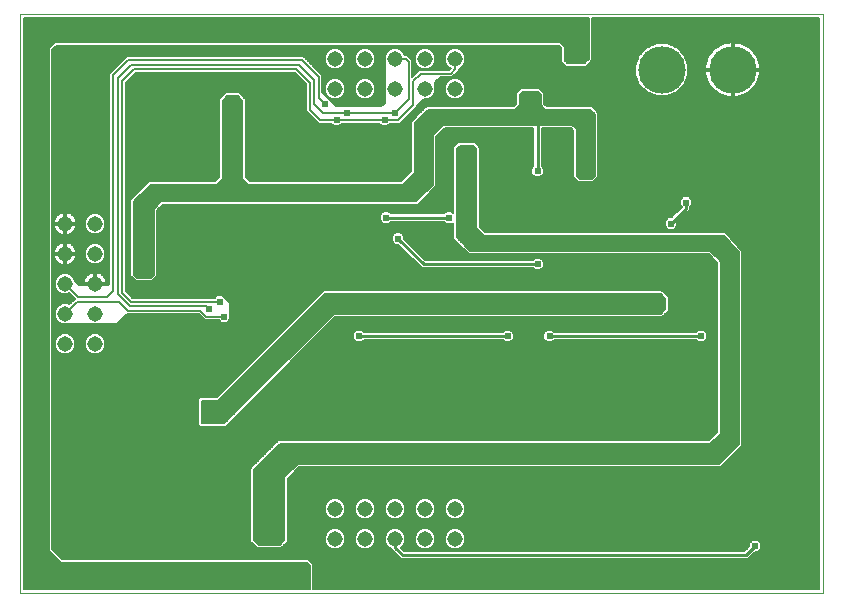
<source format=gbl>
G75*
G70*
%OFA0B0*%
%FSLAX24Y24*%
%IPPOS*%
%LPD*%
%AMOC8*
5,1,8,0,0,1.08239X$1,22.5*
%
%ADD10C,0.0000*%
%ADD11C,0.0515*%
%ADD12C,0.1581*%
%ADD13C,0.0238*%
%ADD14C,0.0060*%
%ADD15C,0.0100*%
D10*
X001314Y000380D02*
X001314Y019671D01*
X028086Y019671D01*
X028086Y000380D01*
X001314Y000380D01*
D11*
X011814Y002171D03*
X012814Y002171D03*
X013814Y002171D03*
X014814Y002171D03*
X015814Y002171D03*
X015814Y003171D03*
X014814Y003171D03*
X013814Y003171D03*
X012814Y003171D03*
X011814Y003171D03*
X003814Y008671D03*
X002814Y008671D03*
X002814Y009671D03*
X003814Y009671D03*
X003814Y010671D03*
X002814Y010671D03*
X002814Y011671D03*
X003814Y011671D03*
X003814Y012671D03*
X002814Y012671D03*
X011814Y017171D03*
X012814Y017171D03*
X013814Y017171D03*
X014814Y017171D03*
X015814Y017171D03*
X015814Y018171D03*
X014814Y018171D03*
X013814Y018171D03*
X012814Y018171D03*
X011814Y018171D03*
D12*
X022705Y017803D03*
X025067Y017803D03*
D13*
X021664Y017030D03*
X021664Y016730D03*
X021664Y016430D03*
X020764Y015480D03*
X020764Y015180D03*
X020314Y014430D03*
X020014Y014430D03*
X018564Y014430D03*
X017614Y014830D03*
X016364Y015080D03*
X016014Y015080D03*
X015514Y014530D03*
X015514Y014130D03*
X015614Y012880D03*
X013914Y012180D03*
X013514Y012880D03*
X013814Y013580D03*
X013464Y014430D03*
X013464Y015280D03*
X013464Y016130D03*
X013814Y016380D03*
X012214Y016380D03*
X011864Y016130D03*
X011464Y016680D03*
X011864Y015280D03*
X011864Y014430D03*
X012214Y013580D03*
X009714Y015380D03*
X009714Y015730D03*
X008564Y016780D03*
X008214Y016780D03*
X008214Y017580D03*
X008564Y017580D03*
X008564Y018430D03*
X008214Y018430D03*
X006514Y015280D03*
X006814Y014530D03*
X004964Y014530D03*
X004164Y014530D03*
X007614Y012430D03*
X006664Y011430D03*
X005414Y010980D03*
X005864Y010330D03*
X006214Y010330D03*
X006214Y009530D03*
X005864Y009530D03*
X007614Y009830D03*
X007964Y010080D03*
X008114Y009580D03*
X007164Y007980D03*
X006864Y007980D03*
X007564Y006580D03*
X007564Y006230D03*
X010164Y007030D03*
X010464Y007030D03*
X010914Y005130D03*
X010914Y004830D03*
X009214Y004080D03*
X009214Y003780D03*
X009914Y002380D03*
X009914Y002080D03*
X010814Y001280D03*
X010814Y000980D03*
X007564Y000980D03*
X007564Y001280D03*
X006664Y002080D03*
X006664Y002380D03*
X006014Y003780D03*
X006014Y004080D03*
X004464Y002930D03*
X004464Y002630D03*
X003464Y002380D03*
X003464Y002080D03*
X004364Y001280D03*
X004364Y000980D03*
X002814Y003780D03*
X002814Y004080D03*
X003714Y007980D03*
X004014Y007980D03*
X008864Y011380D03*
X011314Y011080D03*
X014164Y010630D03*
X015364Y010180D03*
X015664Y010180D03*
X015964Y010030D03*
X016264Y010030D03*
X016164Y010630D03*
X016164Y010930D03*
X016164Y011580D03*
X018564Y011330D03*
X020014Y011530D03*
X020314Y011530D03*
X020314Y012530D03*
X020014Y012530D03*
X020814Y013130D03*
X023014Y012680D03*
X023514Y013380D03*
X024514Y012880D03*
X024514Y012530D03*
X026714Y012180D03*
X027164Y012180D03*
X027164Y013780D03*
X026714Y013780D03*
X024414Y010730D03*
X024414Y010430D03*
X022614Y009980D03*
X022314Y009980D03*
X021814Y009180D03*
X021814Y008680D03*
X021814Y007330D03*
X022464Y006080D03*
X022464Y005680D03*
X021864Y005130D03*
X021864Y004830D03*
X021064Y004430D03*
X020764Y004430D03*
X020314Y005580D03*
X020014Y005580D03*
X016114Y005680D03*
X016114Y006080D03*
X015514Y005130D03*
X015514Y004830D03*
X014014Y004430D03*
X013714Y004430D03*
X013714Y005580D03*
X014014Y005580D03*
X015464Y008680D03*
X015464Y009180D03*
X017564Y008930D03*
X018964Y008930D03*
X024014Y008930D03*
X026714Y008630D03*
X027164Y008630D03*
X027164Y007080D03*
X026714Y007080D03*
X024414Y005880D03*
X024064Y005880D03*
X026714Y003530D03*
X027164Y003530D03*
X027164Y001980D03*
X026714Y001980D03*
X025814Y001930D03*
X012614Y008930D03*
X018314Y016630D03*
X018514Y016880D03*
X018114Y016880D03*
X019664Y016730D03*
X019814Y018280D03*
X019814Y018580D03*
X019814Y018880D03*
D14*
X019464Y018580D02*
X019314Y018730D01*
X002464Y018730D01*
X002264Y018530D01*
X002264Y001780D01*
X002664Y001380D01*
X010864Y001380D01*
X010964Y001280D01*
X010964Y000510D01*
X001444Y000510D01*
X001444Y019541D01*
X020264Y019541D01*
X020264Y018180D01*
X020114Y018030D01*
X019564Y018030D01*
X019464Y018130D01*
X019464Y018580D01*
X019464Y018574D02*
X020264Y018574D01*
X020264Y018632D02*
X019412Y018632D01*
X019353Y018691D02*
X020264Y018691D01*
X020264Y018749D02*
X001444Y018749D01*
X001444Y018691D02*
X002424Y018691D01*
X002366Y018632D02*
X001444Y018632D01*
X001444Y018574D02*
X002307Y018574D01*
X002264Y018515D02*
X001444Y018515D01*
X001444Y018457D02*
X002264Y018457D01*
X002264Y018398D02*
X001444Y018398D01*
X001444Y018340D02*
X002264Y018340D01*
X002264Y018281D02*
X001444Y018281D01*
X001444Y018223D02*
X002264Y018223D01*
X002264Y018164D02*
X001444Y018164D01*
X001444Y018106D02*
X002264Y018106D01*
X002264Y018047D02*
X001444Y018047D01*
X001444Y017989D02*
X002264Y017989D01*
X002264Y017930D02*
X001444Y017930D01*
X001444Y017872D02*
X002264Y017872D01*
X002264Y017813D02*
X001444Y017813D01*
X001444Y017755D02*
X002264Y017755D01*
X002264Y017696D02*
X001444Y017696D01*
X001444Y017638D02*
X002264Y017638D01*
X002264Y017579D02*
X001444Y017579D01*
X001444Y017521D02*
X002264Y017521D01*
X002264Y017462D02*
X001444Y017462D01*
X001444Y017404D02*
X002264Y017404D01*
X002264Y017345D02*
X001444Y017345D01*
X001444Y017287D02*
X002264Y017287D01*
X002264Y017228D02*
X001444Y017228D01*
X001444Y017170D02*
X002264Y017170D01*
X002264Y017111D02*
X001444Y017111D01*
X001444Y017053D02*
X002264Y017053D01*
X002264Y016994D02*
X001444Y016994D01*
X001444Y016936D02*
X002264Y016936D01*
X002264Y016877D02*
X001444Y016877D01*
X001444Y016819D02*
X002264Y016819D01*
X002264Y016760D02*
X001444Y016760D01*
X001444Y016702D02*
X002264Y016702D01*
X002264Y016643D02*
X001444Y016643D01*
X001444Y016585D02*
X002264Y016585D01*
X002264Y016526D02*
X001444Y016526D01*
X001444Y016468D02*
X002264Y016468D01*
X002264Y016409D02*
X001444Y016409D01*
X001444Y016351D02*
X002264Y016351D01*
X002264Y016292D02*
X001444Y016292D01*
X001444Y016234D02*
X002264Y016234D01*
X002264Y016175D02*
X001444Y016175D01*
X001444Y016117D02*
X002264Y016117D01*
X002264Y016058D02*
X001444Y016058D01*
X001444Y016000D02*
X002264Y016000D01*
X002264Y015941D02*
X001444Y015941D01*
X001444Y015883D02*
X002264Y015883D01*
X002264Y015824D02*
X001444Y015824D01*
X001444Y015766D02*
X002264Y015766D01*
X002264Y015707D02*
X001444Y015707D01*
X001444Y015649D02*
X002264Y015649D01*
X002264Y015590D02*
X001444Y015590D01*
X001444Y015532D02*
X002264Y015532D01*
X002264Y015473D02*
X001444Y015473D01*
X001444Y015415D02*
X002264Y015415D01*
X002264Y015356D02*
X001444Y015356D01*
X001444Y015298D02*
X002264Y015298D01*
X002264Y015239D02*
X001444Y015239D01*
X001444Y015181D02*
X002264Y015181D01*
X002264Y015122D02*
X001444Y015122D01*
X001444Y015064D02*
X002264Y015064D01*
X002264Y015005D02*
X001444Y015005D01*
X001444Y014947D02*
X002264Y014947D01*
X002264Y014888D02*
X001444Y014888D01*
X001444Y014830D02*
X002264Y014830D01*
X002264Y014771D02*
X001444Y014771D01*
X001444Y014713D02*
X002264Y014713D01*
X002264Y014654D02*
X001444Y014654D01*
X001444Y014596D02*
X002264Y014596D01*
X002264Y014537D02*
X001444Y014537D01*
X001444Y014479D02*
X002264Y014479D01*
X002264Y014420D02*
X001444Y014420D01*
X001444Y014362D02*
X002264Y014362D01*
X002264Y014303D02*
X001444Y014303D01*
X001444Y014245D02*
X002264Y014245D01*
X002264Y014186D02*
X001444Y014186D01*
X001444Y014128D02*
X002264Y014128D01*
X002264Y014069D02*
X001444Y014069D01*
X001444Y014011D02*
X002264Y014011D01*
X002264Y013952D02*
X001444Y013952D01*
X001444Y013894D02*
X002264Y013894D01*
X002264Y013835D02*
X001444Y013835D01*
X001444Y013777D02*
X002264Y013777D01*
X002264Y013718D02*
X001444Y013718D01*
X001444Y013660D02*
X002264Y013660D01*
X002264Y013601D02*
X001444Y013601D01*
X001444Y013543D02*
X002264Y013543D01*
X002264Y013484D02*
X001444Y013484D01*
X001444Y013426D02*
X002264Y013426D01*
X002264Y013367D02*
X001444Y013367D01*
X001444Y013309D02*
X002264Y013309D01*
X002264Y013250D02*
X001444Y013250D01*
X001444Y013192D02*
X002264Y013192D01*
X002264Y013133D02*
X001444Y013133D01*
X001444Y013075D02*
X002264Y013075D01*
X002264Y013016D02*
X001444Y013016D01*
X001444Y012958D02*
X002264Y012958D01*
X002264Y012899D02*
X001444Y012899D01*
X001444Y012841D02*
X002264Y012841D01*
X002264Y012782D02*
X001444Y012782D01*
X001444Y012724D02*
X002264Y012724D01*
X002264Y012665D02*
X001444Y012665D01*
X001444Y012607D02*
X002264Y012607D01*
X002264Y012548D02*
X001444Y012548D01*
X001444Y012490D02*
X002264Y012490D01*
X002264Y012431D02*
X001444Y012431D01*
X001444Y012373D02*
X002264Y012373D01*
X002264Y012314D02*
X001444Y012314D01*
X001444Y012256D02*
X002264Y012256D01*
X002264Y012197D02*
X001444Y012197D01*
X001444Y012139D02*
X002264Y012139D01*
X002264Y012080D02*
X001444Y012080D01*
X001444Y012022D02*
X002264Y012022D01*
X002264Y011963D02*
X001444Y011963D01*
X001444Y011905D02*
X002264Y011905D01*
X002264Y011846D02*
X001444Y011846D01*
X001444Y011788D02*
X002264Y011788D01*
X002264Y011729D02*
X001444Y011729D01*
X001444Y011671D02*
X002264Y011671D01*
X002264Y011612D02*
X001444Y011612D01*
X001444Y011554D02*
X002264Y011554D01*
X002264Y011495D02*
X001444Y011495D01*
X001444Y011437D02*
X002264Y011437D01*
X002264Y011378D02*
X001444Y011378D01*
X001444Y011320D02*
X002264Y011320D01*
X002264Y011261D02*
X001444Y011261D01*
X001444Y011203D02*
X002264Y011203D01*
X002264Y011144D02*
X001444Y011144D01*
X001444Y011086D02*
X002264Y011086D01*
X002264Y011027D02*
X001444Y011027D01*
X001444Y010969D02*
X002264Y010969D01*
X002264Y010910D02*
X001444Y010910D01*
X001444Y010852D02*
X002264Y010852D01*
X002264Y010793D02*
X001444Y010793D01*
X001444Y010735D02*
X002264Y010735D01*
X002264Y010676D02*
X001444Y010676D01*
X001444Y010618D02*
X002264Y010618D01*
X002264Y010559D02*
X001444Y010559D01*
X001444Y010501D02*
X002264Y010501D01*
X002264Y010442D02*
X001444Y010442D01*
X001444Y010384D02*
X002264Y010384D01*
X002264Y010325D02*
X001444Y010325D01*
X001444Y010267D02*
X002264Y010267D01*
X002264Y010208D02*
X001444Y010208D01*
X001444Y010150D02*
X002264Y010150D01*
X002264Y010091D02*
X001444Y010091D01*
X001444Y010033D02*
X002264Y010033D01*
X002264Y009974D02*
X001444Y009974D01*
X001444Y009916D02*
X002264Y009916D01*
X002264Y009857D02*
X001444Y009857D01*
X001444Y009799D02*
X002264Y009799D01*
X002264Y009740D02*
X001444Y009740D01*
X001444Y009682D02*
X002264Y009682D01*
X002264Y009623D02*
X001444Y009623D01*
X001444Y009565D02*
X002264Y009565D01*
X002264Y009506D02*
X001444Y009506D01*
X001444Y009448D02*
X002264Y009448D01*
X002264Y009389D02*
X001444Y009389D01*
X001444Y009331D02*
X002264Y009331D01*
X002264Y009272D02*
X001444Y009272D01*
X001444Y009214D02*
X002264Y009214D01*
X002264Y009155D02*
X001444Y009155D01*
X001444Y009097D02*
X002264Y009097D01*
X002264Y009038D02*
X001444Y009038D01*
X001444Y008980D02*
X002264Y008980D01*
X002264Y008921D02*
X001444Y008921D01*
X001444Y008863D02*
X002264Y008863D01*
X002264Y008804D02*
X001444Y008804D01*
X001444Y008746D02*
X002264Y008746D01*
X002264Y008687D02*
X001444Y008687D01*
X001444Y008629D02*
X002264Y008629D01*
X002264Y008570D02*
X001444Y008570D01*
X001444Y008512D02*
X002264Y008512D01*
X002264Y008453D02*
X001444Y008453D01*
X001444Y008395D02*
X002264Y008395D01*
X002264Y008336D02*
X001444Y008336D01*
X001444Y008278D02*
X002264Y008278D01*
X002264Y008219D02*
X001444Y008219D01*
X001444Y008161D02*
X002264Y008161D01*
X002264Y008102D02*
X001444Y008102D01*
X001444Y008044D02*
X002264Y008044D01*
X002264Y007985D02*
X001444Y007985D01*
X001444Y007927D02*
X002264Y007927D01*
X002264Y007868D02*
X001444Y007868D01*
X001444Y007810D02*
X002264Y007810D01*
X002264Y007751D02*
X001444Y007751D01*
X001444Y007693D02*
X002264Y007693D01*
X002264Y007634D02*
X001444Y007634D01*
X001444Y007576D02*
X002264Y007576D01*
X002264Y007517D02*
X001444Y007517D01*
X001444Y007459D02*
X002264Y007459D01*
X002264Y007400D02*
X001444Y007400D01*
X001444Y007342D02*
X002264Y007342D01*
X002264Y007283D02*
X001444Y007283D01*
X001444Y007225D02*
X002264Y007225D01*
X002264Y007166D02*
X001444Y007166D01*
X001444Y007108D02*
X002264Y007108D01*
X002264Y007049D02*
X001444Y007049D01*
X001444Y006991D02*
X002264Y006991D01*
X002264Y006932D02*
X001444Y006932D01*
X001444Y006874D02*
X002264Y006874D01*
X002264Y006815D02*
X001444Y006815D01*
X001444Y006757D02*
X002264Y006757D01*
X002264Y006698D02*
X001444Y006698D01*
X001444Y006640D02*
X002264Y006640D01*
X002264Y006581D02*
X001444Y006581D01*
X001444Y006523D02*
X002264Y006523D01*
X002264Y006464D02*
X001444Y006464D01*
X001444Y006406D02*
X002264Y006406D01*
X002264Y006347D02*
X001444Y006347D01*
X001444Y006289D02*
X002264Y006289D01*
X002264Y006230D02*
X001444Y006230D01*
X001444Y006172D02*
X002264Y006172D01*
X002264Y006113D02*
X001444Y006113D01*
X001444Y006055D02*
X002264Y006055D01*
X002264Y005996D02*
X001444Y005996D01*
X001444Y005938D02*
X002264Y005938D01*
X002264Y005879D02*
X001444Y005879D01*
X001444Y005821D02*
X002264Y005821D01*
X002264Y005762D02*
X001444Y005762D01*
X001444Y005704D02*
X002264Y005704D01*
X002264Y005645D02*
X001444Y005645D01*
X001444Y005587D02*
X002264Y005587D01*
X002264Y005528D02*
X001444Y005528D01*
X001444Y005470D02*
X002264Y005470D01*
X002264Y005411D02*
X001444Y005411D01*
X001444Y005353D02*
X002264Y005353D01*
X002264Y005294D02*
X001444Y005294D01*
X001444Y005236D02*
X002264Y005236D01*
X002264Y005177D02*
X001444Y005177D01*
X001444Y005119D02*
X002264Y005119D01*
X002264Y005060D02*
X001444Y005060D01*
X001444Y005002D02*
X002264Y005002D01*
X002264Y004943D02*
X001444Y004943D01*
X001444Y004885D02*
X002264Y004885D01*
X002264Y004826D02*
X001444Y004826D01*
X001444Y004768D02*
X002264Y004768D01*
X002264Y004709D02*
X001444Y004709D01*
X001444Y004651D02*
X002264Y004651D01*
X002264Y004592D02*
X001444Y004592D01*
X001444Y004534D02*
X002264Y004534D01*
X002264Y004475D02*
X001444Y004475D01*
X001444Y004417D02*
X002264Y004417D01*
X002264Y004358D02*
X001444Y004358D01*
X001444Y004300D02*
X002264Y004300D01*
X002264Y004241D02*
X001444Y004241D01*
X001444Y004183D02*
X002264Y004183D01*
X002264Y004124D02*
X001444Y004124D01*
X001444Y004066D02*
X002264Y004066D01*
X002264Y004007D02*
X001444Y004007D01*
X001444Y003949D02*
X002264Y003949D01*
X002264Y003890D02*
X001444Y003890D01*
X001444Y003832D02*
X002264Y003832D01*
X002264Y003773D02*
X001444Y003773D01*
X001444Y003715D02*
X002264Y003715D01*
X002264Y003656D02*
X001444Y003656D01*
X001444Y003598D02*
X002264Y003598D01*
X002264Y003539D02*
X001444Y003539D01*
X001444Y003481D02*
X002264Y003481D01*
X002264Y003422D02*
X001444Y003422D01*
X001444Y003364D02*
X002264Y003364D01*
X002264Y003305D02*
X001444Y003305D01*
X001444Y003247D02*
X002264Y003247D01*
X002264Y003188D02*
X001444Y003188D01*
X001444Y003130D02*
X002264Y003130D01*
X002264Y003071D02*
X001444Y003071D01*
X001444Y003013D02*
X002264Y003013D01*
X002264Y002954D02*
X001444Y002954D01*
X001444Y002896D02*
X002264Y002896D01*
X002264Y002837D02*
X001444Y002837D01*
X001444Y002779D02*
X002264Y002779D01*
X002264Y002720D02*
X001444Y002720D01*
X001444Y002662D02*
X002264Y002662D01*
X002264Y002603D02*
X001444Y002603D01*
X001444Y002545D02*
X002264Y002545D01*
X002264Y002486D02*
X001444Y002486D01*
X001444Y002428D02*
X002264Y002428D01*
X002264Y002369D02*
X001444Y002369D01*
X001444Y002311D02*
X002264Y002311D01*
X002264Y002252D02*
X001444Y002252D01*
X001444Y002194D02*
X002264Y002194D01*
X002264Y002135D02*
X001444Y002135D01*
X001444Y002077D02*
X002264Y002077D01*
X002264Y002018D02*
X001444Y002018D01*
X001444Y001960D02*
X002264Y001960D01*
X002264Y001901D02*
X001444Y001901D01*
X001444Y001843D02*
X002264Y001843D01*
X002264Y001784D02*
X001444Y001784D01*
X001444Y001726D02*
X002318Y001726D01*
X002377Y001667D02*
X001444Y001667D01*
X001444Y001609D02*
X002435Y001609D01*
X002494Y001550D02*
X001444Y001550D01*
X001444Y001492D02*
X002552Y001492D01*
X002611Y001433D02*
X001444Y001433D01*
X001444Y001375D02*
X010869Y001375D01*
X010928Y001316D02*
X001444Y001316D01*
X001444Y001258D02*
X010964Y001258D01*
X010964Y001199D02*
X001444Y001199D01*
X001444Y001141D02*
X010964Y001141D01*
X010964Y001082D02*
X001444Y001082D01*
X001444Y001024D02*
X010964Y001024D01*
X010964Y000965D02*
X001444Y000965D01*
X001444Y000907D02*
X010964Y000907D01*
X010964Y000848D02*
X001444Y000848D01*
X001444Y000790D02*
X010964Y000790D01*
X010964Y000731D02*
X001444Y000731D01*
X001444Y000673D02*
X010964Y000673D01*
X010964Y000614D02*
X001444Y000614D01*
X001444Y000556D02*
X010964Y000556D01*
X011084Y000556D02*
X027956Y000556D01*
X027956Y000510D02*
X011084Y000510D01*
X011084Y001330D01*
X011014Y001400D01*
X011014Y001400D01*
X010914Y001500D01*
X002714Y001500D01*
X002384Y001830D01*
X002384Y018480D01*
X002514Y018610D01*
X019264Y018610D01*
X019344Y018530D01*
X019344Y018080D01*
X019414Y018010D01*
X019514Y017910D01*
X020164Y017910D01*
X020234Y017980D01*
X020384Y018130D01*
X020384Y019541D01*
X027956Y019541D01*
X027956Y000510D01*
X027956Y000614D02*
X011084Y000614D01*
X011084Y000673D02*
X027956Y000673D01*
X027956Y000731D02*
X011084Y000731D01*
X011084Y000790D02*
X027956Y000790D01*
X027956Y000848D02*
X011084Y000848D01*
X011084Y000907D02*
X027956Y000907D01*
X027956Y000965D02*
X011084Y000965D01*
X011084Y001024D02*
X027956Y001024D01*
X027956Y001082D02*
X011084Y001082D01*
X011084Y001141D02*
X027956Y001141D01*
X027956Y001199D02*
X011084Y001199D01*
X011084Y001258D02*
X027956Y001258D01*
X027956Y001316D02*
X011084Y001316D01*
X011039Y001375D02*
X027956Y001375D01*
X027956Y001433D02*
X010981Y001433D01*
X010922Y001492D02*
X014004Y001492D01*
X014006Y001490D02*
X025572Y001490D01*
X025654Y001572D01*
X025803Y001721D01*
X025900Y001721D01*
X026023Y001843D01*
X026023Y002017D01*
X025900Y002139D01*
X025727Y002139D01*
X025605Y002017D01*
X025605Y001919D01*
X025456Y001770D01*
X014122Y001770D01*
X014013Y001879D01*
X014108Y001975D01*
X014161Y002102D01*
X014161Y002240D01*
X014108Y002368D01*
X014011Y002466D01*
X013883Y002519D01*
X013745Y002519D01*
X013617Y002466D01*
X013519Y002368D01*
X013466Y002240D01*
X013466Y002102D01*
X013519Y001975D01*
X013617Y001877D01*
X013674Y001853D01*
X013674Y001822D01*
X014006Y001490D01*
X013946Y001550D02*
X002664Y001550D01*
X002605Y001609D02*
X013887Y001609D01*
X013829Y001667D02*
X002547Y001667D01*
X002488Y001726D02*
X013770Y001726D01*
X013712Y001784D02*
X002430Y001784D01*
X002384Y001843D02*
X011700Y001843D01*
X011745Y001824D02*
X011883Y001824D01*
X012011Y001877D01*
X012108Y001975D01*
X012161Y002102D01*
X012161Y002240D01*
X012108Y002368D01*
X012011Y002466D01*
X011883Y002519D01*
X011745Y002519D01*
X011617Y002466D01*
X011519Y002368D01*
X011466Y002240D01*
X011466Y002102D01*
X011519Y001975D01*
X011617Y001877D01*
X011745Y001824D01*
X011593Y001901D02*
X010055Y001901D01*
X010084Y001930D02*
X010234Y002080D01*
X010234Y004180D01*
X010614Y004560D01*
X024664Y004560D01*
X024734Y004630D01*
X025384Y005280D01*
X025384Y011727D01*
X025386Y011774D01*
X025384Y011776D01*
X025384Y011780D01*
X025351Y011813D01*
X024884Y012326D01*
X024884Y012330D01*
X024851Y012363D01*
X024819Y012397D01*
X024816Y012398D01*
X024814Y012400D01*
X024767Y012400D01*
X024720Y012402D01*
X024717Y012400D01*
X016814Y012400D01*
X016634Y012580D01*
X016634Y015230D01*
X016564Y015300D01*
X016464Y015400D01*
X015914Y015400D01*
X015844Y015330D01*
X015744Y015230D01*
X015744Y013046D01*
X015700Y013089D01*
X015527Y013089D01*
X015458Y013020D01*
X013670Y013020D01*
X013600Y013089D01*
X013427Y013089D01*
X013305Y012967D01*
X013305Y012793D01*
X013427Y012671D01*
X013600Y012671D01*
X013670Y012740D01*
X015458Y012740D01*
X015527Y012671D01*
X015700Y012671D01*
X015744Y012714D01*
X015744Y012180D01*
X015814Y012110D01*
X016264Y011660D01*
X024264Y011660D01*
X024544Y011380D01*
X024544Y005730D01*
X024264Y005450D01*
X009914Y005450D01*
X008994Y004530D01*
X008994Y002080D01*
X009064Y002010D01*
X009214Y001860D01*
X010014Y001860D01*
X010084Y001930D01*
X010113Y001960D02*
X011534Y001960D01*
X011501Y002018D02*
X010172Y002018D01*
X010230Y002077D02*
X011477Y002077D01*
X011466Y002135D02*
X010234Y002135D01*
X010234Y002194D02*
X011466Y002194D01*
X011471Y002252D02*
X010234Y002252D01*
X010234Y002311D02*
X011495Y002311D01*
X011520Y002369D02*
X010234Y002369D01*
X010234Y002428D02*
X011579Y002428D01*
X011666Y002486D02*
X010234Y002486D01*
X010234Y002545D02*
X027956Y002545D01*
X027956Y002603D02*
X010234Y002603D01*
X010234Y002662D02*
X027956Y002662D01*
X027956Y002720D02*
X010234Y002720D01*
X010234Y002779D02*
X027956Y002779D01*
X027956Y002837D02*
X015915Y002837D01*
X015883Y002824D02*
X016011Y002877D01*
X016108Y002975D01*
X016161Y003102D01*
X016161Y003240D01*
X016108Y003368D01*
X016011Y003466D01*
X015883Y003519D01*
X015745Y003519D01*
X015617Y003466D01*
X015519Y003368D01*
X015466Y003240D01*
X015466Y003102D01*
X015519Y002975D01*
X015617Y002877D01*
X015745Y002824D01*
X015883Y002824D01*
X016029Y002896D02*
X027956Y002896D01*
X027956Y002954D02*
X016088Y002954D01*
X016124Y003013D02*
X027956Y003013D01*
X027956Y003071D02*
X016148Y003071D01*
X016161Y003130D02*
X027956Y003130D01*
X027956Y003188D02*
X016161Y003188D01*
X016159Y003247D02*
X027956Y003247D01*
X027956Y003305D02*
X016135Y003305D01*
X016110Y003364D02*
X027956Y003364D01*
X027956Y003422D02*
X016055Y003422D01*
X015975Y003481D02*
X027956Y003481D01*
X027956Y003539D02*
X010234Y003539D01*
X010234Y003481D02*
X011652Y003481D01*
X011617Y003466D02*
X011519Y003368D01*
X011466Y003240D01*
X011466Y003102D01*
X011519Y002975D01*
X011617Y002877D01*
X011745Y002824D01*
X011883Y002824D01*
X012011Y002877D01*
X012108Y002975D01*
X012161Y003102D01*
X012161Y003240D01*
X012108Y003368D01*
X012011Y003466D01*
X011883Y003519D01*
X011745Y003519D01*
X011617Y003466D01*
X011573Y003422D02*
X010234Y003422D01*
X010234Y003364D02*
X011517Y003364D01*
X011493Y003305D02*
X010234Y003305D01*
X010234Y003247D02*
X011469Y003247D01*
X011466Y003188D02*
X010234Y003188D01*
X010234Y003130D02*
X011466Y003130D01*
X011479Y003071D02*
X010234Y003071D01*
X010234Y003013D02*
X011504Y003013D01*
X011540Y002954D02*
X010234Y002954D01*
X010234Y002896D02*
X011598Y002896D01*
X011713Y002837D02*
X010234Y002837D01*
X010114Y002837D02*
X009114Y002837D01*
X009114Y002779D02*
X010114Y002779D01*
X010114Y002720D02*
X009114Y002720D01*
X009114Y002662D02*
X010114Y002662D01*
X010114Y002603D02*
X009114Y002603D01*
X009114Y002545D02*
X010114Y002545D01*
X010114Y002486D02*
X009114Y002486D01*
X009114Y002428D02*
X010114Y002428D01*
X010114Y002369D02*
X009114Y002369D01*
X009114Y002311D02*
X010114Y002311D01*
X010114Y002252D02*
X009114Y002252D01*
X009114Y002194D02*
X010114Y002194D01*
X010114Y002135D02*
X009114Y002135D01*
X009114Y002130D02*
X009114Y004480D01*
X009964Y005330D01*
X024314Y005330D01*
X024664Y005680D01*
X024664Y011430D01*
X024314Y011780D01*
X016314Y011780D01*
X015864Y012230D01*
X015864Y015180D01*
X015964Y015280D01*
X016414Y015280D01*
X016514Y015180D01*
X016514Y012530D01*
X016764Y012280D01*
X024764Y012280D01*
X025264Y011730D01*
X025264Y005330D01*
X024614Y004680D01*
X010564Y004680D01*
X010114Y004230D01*
X010114Y002130D01*
X009964Y001980D01*
X009264Y001980D01*
X009114Y002130D01*
X009167Y002077D02*
X010060Y002077D01*
X010002Y002018D02*
X009226Y002018D01*
X009115Y001960D02*
X002384Y001960D01*
X002384Y002018D02*
X009056Y002018D01*
X008998Y002077D02*
X002384Y002077D01*
X002384Y002135D02*
X008994Y002135D01*
X008994Y002194D02*
X002384Y002194D01*
X002384Y002252D02*
X008994Y002252D01*
X008994Y002311D02*
X002384Y002311D01*
X002384Y002369D02*
X008994Y002369D01*
X008994Y002428D02*
X002384Y002428D01*
X002384Y002486D02*
X008994Y002486D01*
X008994Y002545D02*
X002384Y002545D01*
X002384Y002603D02*
X008994Y002603D01*
X008994Y002662D02*
X002384Y002662D01*
X002384Y002720D02*
X008994Y002720D01*
X008994Y002779D02*
X002384Y002779D01*
X002384Y002837D02*
X008994Y002837D01*
X008994Y002896D02*
X002384Y002896D01*
X002384Y002954D02*
X008994Y002954D01*
X008994Y003013D02*
X002384Y003013D01*
X002384Y003071D02*
X008994Y003071D01*
X008994Y003130D02*
X002384Y003130D01*
X002384Y003188D02*
X008994Y003188D01*
X008994Y003247D02*
X002384Y003247D01*
X002384Y003305D02*
X008994Y003305D01*
X008994Y003364D02*
X002384Y003364D01*
X002384Y003422D02*
X008994Y003422D01*
X008994Y003481D02*
X002384Y003481D01*
X002384Y003539D02*
X008994Y003539D01*
X008994Y003598D02*
X002384Y003598D01*
X002384Y003656D02*
X008994Y003656D01*
X008994Y003715D02*
X002384Y003715D01*
X002384Y003773D02*
X008994Y003773D01*
X008994Y003832D02*
X002384Y003832D01*
X002384Y003890D02*
X008994Y003890D01*
X008994Y003949D02*
X002384Y003949D01*
X002384Y004007D02*
X008994Y004007D01*
X008994Y004066D02*
X002384Y004066D01*
X002384Y004124D02*
X008994Y004124D01*
X008994Y004183D02*
X002384Y004183D01*
X002384Y004241D02*
X008994Y004241D01*
X008994Y004300D02*
X002384Y004300D01*
X002384Y004358D02*
X008994Y004358D01*
X008994Y004417D02*
X002384Y004417D01*
X002384Y004475D02*
X008994Y004475D01*
X008998Y004534D02*
X002384Y004534D01*
X002384Y004592D02*
X009056Y004592D01*
X009115Y004651D02*
X002384Y004651D01*
X002384Y004709D02*
X009173Y004709D01*
X009232Y004768D02*
X002384Y004768D01*
X002384Y004826D02*
X009290Y004826D01*
X009349Y004885D02*
X002384Y004885D01*
X002384Y004943D02*
X009407Y004943D01*
X009466Y005002D02*
X002384Y005002D01*
X002384Y005060D02*
X009524Y005060D01*
X009583Y005119D02*
X002384Y005119D01*
X002384Y005177D02*
X009641Y005177D01*
X009700Y005236D02*
X002384Y005236D01*
X002384Y005294D02*
X009758Y005294D01*
X009817Y005353D02*
X002384Y005353D01*
X002384Y005411D02*
X009875Y005411D01*
X009928Y005294D02*
X025228Y005294D01*
X025264Y005353D02*
X024336Y005353D01*
X024395Y005411D02*
X025264Y005411D01*
X025264Y005470D02*
X024453Y005470D01*
X024512Y005528D02*
X025264Y005528D01*
X025264Y005587D02*
X024570Y005587D01*
X024629Y005645D02*
X025264Y005645D01*
X025264Y005704D02*
X024664Y005704D01*
X024664Y005762D02*
X025264Y005762D01*
X025264Y005821D02*
X024664Y005821D01*
X024664Y005879D02*
X025264Y005879D01*
X025264Y005938D02*
X024664Y005938D01*
X024664Y005996D02*
X025264Y005996D01*
X025264Y006055D02*
X024664Y006055D01*
X024664Y006113D02*
X025264Y006113D01*
X025264Y006172D02*
X024664Y006172D01*
X024664Y006230D02*
X025264Y006230D01*
X025264Y006289D02*
X024664Y006289D01*
X024664Y006347D02*
X025264Y006347D01*
X025264Y006406D02*
X024664Y006406D01*
X024664Y006464D02*
X025264Y006464D01*
X025264Y006523D02*
X024664Y006523D01*
X024664Y006581D02*
X025264Y006581D01*
X025264Y006640D02*
X024664Y006640D01*
X024664Y006698D02*
X025264Y006698D01*
X025264Y006757D02*
X024664Y006757D01*
X024664Y006815D02*
X025264Y006815D01*
X025264Y006874D02*
X024664Y006874D01*
X024664Y006932D02*
X025264Y006932D01*
X025264Y006991D02*
X024664Y006991D01*
X024664Y007049D02*
X025264Y007049D01*
X025264Y007108D02*
X024664Y007108D01*
X024664Y007166D02*
X025264Y007166D01*
X025264Y007225D02*
X024664Y007225D01*
X024664Y007283D02*
X025264Y007283D01*
X025264Y007342D02*
X024664Y007342D01*
X024664Y007400D02*
X025264Y007400D01*
X025264Y007459D02*
X024664Y007459D01*
X024664Y007517D02*
X025264Y007517D01*
X025264Y007576D02*
X024664Y007576D01*
X024664Y007634D02*
X025264Y007634D01*
X025264Y007693D02*
X024664Y007693D01*
X024664Y007751D02*
X025264Y007751D01*
X025264Y007810D02*
X024664Y007810D01*
X024664Y007868D02*
X025264Y007868D01*
X025264Y007927D02*
X024664Y007927D01*
X024664Y007985D02*
X025264Y007985D01*
X025264Y008044D02*
X024664Y008044D01*
X024664Y008102D02*
X025264Y008102D01*
X025264Y008161D02*
X024664Y008161D01*
X024664Y008219D02*
X025264Y008219D01*
X025264Y008278D02*
X024664Y008278D01*
X024664Y008336D02*
X025264Y008336D01*
X025264Y008395D02*
X024664Y008395D01*
X024664Y008453D02*
X025264Y008453D01*
X025264Y008512D02*
X024664Y008512D01*
X024664Y008570D02*
X025264Y008570D01*
X025264Y008629D02*
X024664Y008629D01*
X024664Y008687D02*
X025264Y008687D01*
X025264Y008746D02*
X024664Y008746D01*
X024664Y008804D02*
X025264Y008804D01*
X025264Y008863D02*
X024664Y008863D01*
X024664Y008921D02*
X025264Y008921D01*
X025264Y008980D02*
X024664Y008980D01*
X024664Y009038D02*
X025264Y009038D01*
X025264Y009097D02*
X024664Y009097D01*
X024664Y009155D02*
X025264Y009155D01*
X025264Y009214D02*
X024664Y009214D01*
X024664Y009272D02*
X025264Y009272D01*
X025264Y009331D02*
X024664Y009331D01*
X024664Y009389D02*
X025264Y009389D01*
X025264Y009448D02*
X024664Y009448D01*
X024664Y009506D02*
X025264Y009506D01*
X025264Y009565D02*
X024664Y009565D01*
X024664Y009623D02*
X025264Y009623D01*
X025264Y009682D02*
X024664Y009682D01*
X024664Y009740D02*
X025264Y009740D01*
X025264Y009799D02*
X024664Y009799D01*
X024664Y009857D02*
X025264Y009857D01*
X025264Y009916D02*
X024664Y009916D01*
X024664Y009974D02*
X025264Y009974D01*
X025264Y010033D02*
X024664Y010033D01*
X024664Y010091D02*
X025264Y010091D01*
X025264Y010150D02*
X024664Y010150D01*
X024664Y010208D02*
X025264Y010208D01*
X025264Y010267D02*
X024664Y010267D01*
X024664Y010325D02*
X025264Y010325D01*
X025264Y010384D02*
X024664Y010384D01*
X024664Y010442D02*
X025264Y010442D01*
X025264Y010501D02*
X024664Y010501D01*
X024664Y010559D02*
X025264Y010559D01*
X025264Y010618D02*
X024664Y010618D01*
X024664Y010676D02*
X025264Y010676D01*
X025264Y010735D02*
X024664Y010735D01*
X024664Y010793D02*
X025264Y010793D01*
X025264Y010852D02*
X024664Y010852D01*
X024664Y010910D02*
X025264Y010910D01*
X025264Y010969D02*
X024664Y010969D01*
X024664Y011027D02*
X025264Y011027D01*
X025264Y011086D02*
X024664Y011086D01*
X024664Y011144D02*
X025264Y011144D01*
X025264Y011203D02*
X024664Y011203D01*
X024664Y011261D02*
X025264Y011261D01*
X025264Y011320D02*
X024664Y011320D01*
X024664Y011378D02*
X025264Y011378D01*
X025264Y011437D02*
X024657Y011437D01*
X024599Y011495D02*
X025264Y011495D01*
X025264Y011554D02*
X024540Y011554D01*
X024482Y011612D02*
X025264Y011612D01*
X025264Y011671D02*
X024423Y011671D01*
X024365Y011729D02*
X025264Y011729D01*
X025212Y011788D02*
X016306Y011788D01*
X016248Y011846D02*
X025158Y011846D01*
X025105Y011905D02*
X016189Y011905D01*
X016131Y011963D02*
X025052Y011963D01*
X024999Y012022D02*
X016072Y012022D01*
X016014Y012080D02*
X024946Y012080D01*
X024892Y012139D02*
X015955Y012139D01*
X015897Y012197D02*
X024839Y012197D01*
X024786Y012256D02*
X015864Y012256D01*
X015864Y012314D02*
X016730Y012314D01*
X016671Y012373D02*
X015864Y012373D01*
X015864Y012431D02*
X016613Y012431D01*
X016554Y012490D02*
X015864Y012490D01*
X015864Y012548D02*
X016514Y012548D01*
X016514Y012607D02*
X015864Y012607D01*
X015864Y012665D02*
X016514Y012665D01*
X016514Y012724D02*
X015864Y012724D01*
X015864Y012782D02*
X016514Y012782D01*
X016514Y012841D02*
X015864Y012841D01*
X015864Y012899D02*
X016514Y012899D01*
X016514Y012958D02*
X015864Y012958D01*
X015864Y013016D02*
X016514Y013016D01*
X016514Y013075D02*
X015864Y013075D01*
X015864Y013133D02*
X016514Y013133D01*
X016514Y013192D02*
X015864Y013192D01*
X015864Y013250D02*
X016514Y013250D01*
X016514Y013309D02*
X015864Y013309D01*
X015864Y013367D02*
X016514Y013367D01*
X016514Y013426D02*
X015864Y013426D01*
X015864Y013484D02*
X016514Y013484D01*
X016514Y013543D02*
X015864Y013543D01*
X015864Y013601D02*
X016514Y013601D01*
X016514Y013660D02*
X015864Y013660D01*
X015864Y013718D02*
X016514Y013718D01*
X016514Y013777D02*
X015864Y013777D01*
X015864Y013835D02*
X016514Y013835D01*
X016514Y013894D02*
X015864Y013894D01*
X015864Y013952D02*
X016514Y013952D01*
X016514Y014011D02*
X015864Y014011D01*
X015864Y014069D02*
X016514Y014069D01*
X016514Y014128D02*
X015864Y014128D01*
X015864Y014186D02*
X016514Y014186D01*
X016514Y014245D02*
X015864Y014245D01*
X015864Y014303D02*
X016514Y014303D01*
X016514Y014362D02*
X015864Y014362D01*
X015864Y014420D02*
X016514Y014420D01*
X016514Y014479D02*
X015864Y014479D01*
X015864Y014537D02*
X016514Y014537D01*
X016514Y014596D02*
X015864Y014596D01*
X015864Y014654D02*
X016514Y014654D01*
X016514Y014713D02*
X015864Y014713D01*
X015864Y014771D02*
X016514Y014771D01*
X016514Y014830D02*
X015864Y014830D01*
X015864Y014888D02*
X016514Y014888D01*
X016514Y014947D02*
X015864Y014947D01*
X015864Y015005D02*
X016514Y015005D01*
X016514Y015064D02*
X015864Y015064D01*
X015864Y015122D02*
X016514Y015122D01*
X016513Y015181D02*
X015864Y015181D01*
X015923Y015239D02*
X016455Y015239D01*
X016566Y015298D02*
X018424Y015298D01*
X018424Y015356D02*
X016508Y015356D01*
X016625Y015239D02*
X018424Y015239D01*
X018424Y015181D02*
X016634Y015181D01*
X016634Y015122D02*
X018424Y015122D01*
X018424Y015064D02*
X016634Y015064D01*
X016634Y015005D02*
X018424Y015005D01*
X018424Y014947D02*
X016634Y014947D01*
X016634Y014888D02*
X018424Y014888D01*
X018424Y014830D02*
X016634Y014830D01*
X016634Y014771D02*
X018424Y014771D01*
X018424Y014713D02*
X016634Y014713D01*
X016634Y014654D02*
X018424Y014654D01*
X018424Y014596D02*
X016634Y014596D01*
X016634Y014537D02*
X018375Y014537D01*
X018355Y014517D02*
X018355Y014343D01*
X018477Y014221D01*
X018650Y014221D01*
X018773Y014343D01*
X018773Y014517D01*
X018704Y014586D01*
X018704Y015860D01*
X019664Y015860D01*
X019744Y015780D01*
X019744Y014230D01*
X019814Y014160D01*
X019914Y014060D01*
X020414Y014060D01*
X020484Y014130D01*
X020584Y014230D01*
X020584Y016380D01*
X020514Y016450D01*
X020364Y016600D01*
X018864Y016600D01*
X018784Y016680D01*
X018784Y017030D01*
X018714Y017100D01*
X018614Y017200D01*
X018014Y017200D01*
X017944Y017130D01*
X017844Y017030D01*
X017844Y016680D01*
X017764Y016600D01*
X014864Y016600D01*
X014794Y016530D01*
X014344Y016080D01*
X014344Y014430D01*
X014014Y014100D01*
X008964Y014100D01*
X008834Y014230D01*
X008834Y016830D01*
X008764Y016900D01*
X008614Y017050D01*
X008164Y017050D01*
X008094Y016980D01*
X007944Y016830D01*
X007944Y014230D01*
X007814Y014100D01*
X005614Y014100D01*
X005544Y014030D01*
X004994Y013480D01*
X004994Y010930D01*
X005064Y010860D01*
X005164Y010760D01*
X005714Y010760D01*
X005784Y010830D01*
X005784Y010830D01*
X005814Y010860D01*
X005884Y010930D01*
X005884Y013130D01*
X006064Y013310D01*
X014564Y013310D01*
X014634Y013380D01*
X015184Y013930D01*
X015184Y015580D01*
X015464Y015860D01*
X018424Y015860D01*
X018424Y014586D01*
X018355Y014517D01*
X018355Y014479D02*
X016634Y014479D01*
X016634Y014420D02*
X018355Y014420D01*
X018355Y014362D02*
X016634Y014362D01*
X016634Y014303D02*
X018395Y014303D01*
X018454Y014245D02*
X016634Y014245D01*
X016634Y014186D02*
X019788Y014186D01*
X019744Y014245D02*
X018674Y014245D01*
X018733Y014303D02*
X019744Y014303D01*
X019744Y014362D02*
X018773Y014362D01*
X018773Y014420D02*
X019744Y014420D01*
X019744Y014479D02*
X018773Y014479D01*
X018752Y014537D02*
X019744Y014537D01*
X019744Y014596D02*
X018704Y014596D01*
X018704Y014654D02*
X019744Y014654D01*
X019744Y014713D02*
X018704Y014713D01*
X018704Y014771D02*
X019744Y014771D01*
X019744Y014830D02*
X018704Y014830D01*
X018704Y014888D02*
X019744Y014888D01*
X019744Y014947D02*
X018704Y014947D01*
X018704Y015005D02*
X019744Y015005D01*
X019744Y015064D02*
X018704Y015064D01*
X018704Y015122D02*
X019744Y015122D01*
X019744Y015181D02*
X018704Y015181D01*
X018704Y015239D02*
X019744Y015239D01*
X019744Y015298D02*
X018704Y015298D01*
X018704Y015356D02*
X019744Y015356D01*
X019744Y015415D02*
X018704Y015415D01*
X018704Y015473D02*
X019744Y015473D01*
X019744Y015532D02*
X018704Y015532D01*
X018704Y015590D02*
X019744Y015590D01*
X019744Y015649D02*
X018704Y015649D01*
X018704Y015707D02*
X019744Y015707D01*
X019744Y015766D02*
X018704Y015766D01*
X018704Y015824D02*
X019700Y015824D01*
X019811Y015883D02*
X020464Y015883D01*
X020464Y015941D02*
X019753Y015941D01*
X019714Y015980D02*
X015414Y015980D01*
X015064Y015630D01*
X015064Y013980D01*
X014514Y013430D01*
X006014Y013430D01*
X005764Y013180D01*
X005764Y010980D01*
X005664Y010880D01*
X005214Y010880D01*
X005114Y010980D01*
X005114Y013430D01*
X005664Y013980D01*
X007864Y013980D01*
X008064Y014180D01*
X008064Y016780D01*
X008214Y016930D01*
X008564Y016930D01*
X008714Y016780D01*
X008714Y014180D01*
X008914Y013980D01*
X014064Y013980D01*
X014464Y014380D01*
X014464Y016030D01*
X014914Y016480D01*
X017814Y016480D01*
X017964Y016630D01*
X017964Y016980D01*
X018064Y017080D01*
X018564Y017080D01*
X018664Y016980D01*
X018664Y016630D01*
X018814Y016480D01*
X020314Y016480D01*
X020464Y016330D01*
X020464Y014280D01*
X020364Y014180D01*
X019964Y014180D01*
X019864Y014280D01*
X019864Y015830D01*
X019714Y015980D01*
X019864Y015824D02*
X020464Y015824D01*
X020464Y015766D02*
X019864Y015766D01*
X019864Y015707D02*
X020464Y015707D01*
X020464Y015649D02*
X019864Y015649D01*
X019864Y015590D02*
X020464Y015590D01*
X020464Y015532D02*
X019864Y015532D01*
X019864Y015473D02*
X020464Y015473D01*
X020464Y015415D02*
X019864Y015415D01*
X019864Y015356D02*
X020464Y015356D01*
X020464Y015298D02*
X019864Y015298D01*
X019864Y015239D02*
X020464Y015239D01*
X020464Y015181D02*
X019864Y015181D01*
X019864Y015122D02*
X020464Y015122D01*
X020464Y015064D02*
X019864Y015064D01*
X019864Y015005D02*
X020464Y015005D01*
X020464Y014947D02*
X019864Y014947D01*
X019864Y014888D02*
X020464Y014888D01*
X020464Y014830D02*
X019864Y014830D01*
X019864Y014771D02*
X020464Y014771D01*
X020464Y014713D02*
X019864Y014713D01*
X019864Y014654D02*
X020464Y014654D01*
X020464Y014596D02*
X019864Y014596D01*
X019864Y014537D02*
X020464Y014537D01*
X020464Y014479D02*
X019864Y014479D01*
X019864Y014420D02*
X020464Y014420D01*
X020464Y014362D02*
X019864Y014362D01*
X019864Y014303D02*
X020464Y014303D01*
X020428Y014245D02*
X019899Y014245D01*
X019958Y014186D02*
X020370Y014186D01*
X020481Y014128D02*
X027956Y014128D01*
X027956Y014186D02*
X020540Y014186D01*
X020584Y014245D02*
X027956Y014245D01*
X027956Y014303D02*
X020584Y014303D01*
X020584Y014362D02*
X027956Y014362D01*
X027956Y014420D02*
X020584Y014420D01*
X020584Y014479D02*
X027956Y014479D01*
X027956Y014537D02*
X020584Y014537D01*
X020584Y014596D02*
X027956Y014596D01*
X027956Y014654D02*
X020584Y014654D01*
X020584Y014713D02*
X027956Y014713D01*
X027956Y014771D02*
X020584Y014771D01*
X020584Y014830D02*
X027956Y014830D01*
X027956Y014888D02*
X020584Y014888D01*
X020584Y014947D02*
X027956Y014947D01*
X027956Y015005D02*
X020584Y015005D01*
X020584Y015064D02*
X027956Y015064D01*
X027956Y015122D02*
X020584Y015122D01*
X020584Y015181D02*
X027956Y015181D01*
X027956Y015239D02*
X020584Y015239D01*
X020584Y015298D02*
X027956Y015298D01*
X027956Y015356D02*
X020584Y015356D01*
X020584Y015415D02*
X027956Y015415D01*
X027956Y015473D02*
X020584Y015473D01*
X020584Y015532D02*
X027956Y015532D01*
X027956Y015590D02*
X020584Y015590D01*
X020584Y015649D02*
X027956Y015649D01*
X027956Y015707D02*
X020584Y015707D01*
X020584Y015766D02*
X027956Y015766D01*
X027956Y015824D02*
X020584Y015824D01*
X020584Y015883D02*
X027956Y015883D01*
X027956Y015941D02*
X020584Y015941D01*
X020584Y016000D02*
X027956Y016000D01*
X027956Y016058D02*
X020584Y016058D01*
X020584Y016117D02*
X027956Y016117D01*
X027956Y016175D02*
X020584Y016175D01*
X020584Y016234D02*
X027956Y016234D01*
X027956Y016292D02*
X020584Y016292D01*
X020584Y016351D02*
X027956Y016351D01*
X027956Y016409D02*
X020555Y016409D01*
X020496Y016468D02*
X027956Y016468D01*
X027956Y016526D02*
X020438Y016526D01*
X020379Y016585D02*
X027956Y016585D01*
X027956Y016643D02*
X018821Y016643D01*
X018784Y016702D02*
X027956Y016702D01*
X027956Y016760D02*
X018784Y016760D01*
X018784Y016819D02*
X027956Y016819D01*
X027956Y016877D02*
X018784Y016877D01*
X018784Y016936D02*
X022498Y016936D01*
X022530Y016922D02*
X022206Y017056D01*
X021959Y017304D01*
X021825Y017628D01*
X021825Y017978D01*
X021959Y018302D01*
X022206Y018549D01*
X022530Y018683D01*
X022880Y018683D01*
X023204Y018549D01*
X023452Y018302D01*
X023586Y017978D01*
X023586Y017628D01*
X023452Y017304D01*
X023204Y017056D01*
X022880Y016922D01*
X022530Y016922D01*
X022357Y016994D02*
X018784Y016994D01*
X018761Y017053D02*
X022216Y017053D01*
X022152Y017111D02*
X018703Y017111D01*
X018644Y017170D02*
X022093Y017170D01*
X022035Y017228D02*
X016161Y017228D01*
X016161Y017240D02*
X016108Y017368D01*
X016011Y017466D01*
X015883Y017519D01*
X015745Y017519D01*
X015617Y017466D01*
X015519Y017368D01*
X015466Y017240D01*
X015466Y017102D01*
X015519Y016975D01*
X015617Y016877D01*
X015745Y016824D01*
X015883Y016824D01*
X016011Y016877D01*
X017844Y016877D01*
X017844Y016819D02*
X014770Y016819D01*
X014775Y016824D02*
X014883Y016824D01*
X015011Y016877D01*
X015617Y016877D01*
X015558Y016936D02*
X015070Y016936D01*
X015108Y016975D02*
X015011Y016877D01*
X015108Y016975D02*
X015161Y017102D01*
X015161Y017240D01*
X015159Y017246D01*
X015159Y017388D01*
X015331Y017560D01*
X015714Y017560D01*
X015934Y017780D01*
X015934Y017845D01*
X016011Y017877D01*
X016108Y017975D01*
X016161Y018102D01*
X016161Y018240D01*
X016108Y018368D01*
X016011Y018466D01*
X015883Y018519D01*
X015745Y018519D01*
X015617Y018466D01*
X015519Y018368D01*
X015466Y018240D01*
X015466Y018102D01*
X015519Y017975D01*
X015617Y017877D01*
X015669Y017855D01*
X015614Y017800D01*
X014614Y017800D01*
X014384Y017570D01*
X014384Y018130D01*
X014314Y018200D01*
X014314Y018200D01*
X014293Y018221D01*
X014222Y018291D01*
X014140Y018291D01*
X014108Y018368D01*
X014011Y018466D01*
X013883Y018519D01*
X013745Y018519D01*
X013617Y018466D01*
X013519Y018368D01*
X013466Y018240D01*
X013466Y018102D01*
X013469Y018096D01*
X013469Y017246D01*
X013466Y017240D01*
X013466Y017102D01*
X013469Y017096D01*
X013469Y016712D01*
X013346Y016590D01*
X011851Y016590D01*
X011384Y017057D01*
X011384Y017630D01*
X011314Y017700D01*
X010764Y018250D01*
X004864Y018250D01*
X004794Y018180D01*
X004364Y017750D01*
X004294Y017680D01*
X004294Y010692D01*
X004241Y010640D01*
X004201Y010640D01*
X004201Y010641D01*
X003844Y010641D01*
X003844Y010701D01*
X004201Y010701D01*
X004201Y010710D01*
X004186Y010784D01*
X004157Y010855D01*
X004115Y010918D01*
X004061Y010972D01*
X003997Y011015D01*
X003927Y011044D01*
X003852Y011059D01*
X003844Y011059D01*
X003844Y010701D01*
X003784Y010701D01*
X003784Y010641D01*
X003426Y010641D01*
X003426Y010640D01*
X003271Y010640D01*
X003155Y010757D01*
X003108Y010868D01*
X003011Y010966D01*
X002883Y011019D01*
X002745Y011019D01*
X002617Y010966D01*
X002519Y010868D01*
X002466Y010740D01*
X002466Y010602D01*
X002519Y010475D01*
X002617Y010377D01*
X002745Y010324D01*
X002883Y010324D01*
X002960Y010356D01*
X003144Y010171D01*
X002960Y009987D01*
X002883Y010019D01*
X002745Y010019D01*
X002617Y009966D01*
X002519Y009868D01*
X002466Y009740D01*
X002384Y009740D01*
X002384Y009682D02*
X002466Y009682D01*
X002466Y009740D02*
X002466Y009602D01*
X002519Y009475D01*
X002617Y009377D01*
X002745Y009324D01*
X002883Y009324D01*
X002886Y009325D01*
X003742Y009325D01*
X003745Y009324D01*
X003883Y009324D01*
X003886Y009325D01*
X004551Y009325D01*
X004886Y009660D01*
X007264Y009660D01*
X007464Y009460D01*
X007938Y009460D01*
X008027Y009371D01*
X008200Y009371D01*
X008323Y009493D01*
X008323Y009612D01*
X008324Y009613D01*
X008324Y010017D01*
X008141Y010200D01*
X008140Y010200D01*
X008050Y010289D01*
X007877Y010289D01*
X007788Y010200D01*
X005064Y010200D01*
X004834Y010430D01*
X004834Y017380D01*
X005164Y017710D01*
X010464Y017710D01*
X010844Y017330D01*
X010844Y016430D01*
X010914Y016360D01*
X011264Y016010D01*
X011688Y016010D01*
X011777Y015921D01*
X011950Y015921D01*
X012040Y016010D01*
X013288Y016010D01*
X013377Y015921D01*
X013550Y015921D01*
X013640Y016010D01*
X013964Y016010D01*
X014034Y016080D01*
X014534Y016580D01*
X014534Y016583D01*
X014775Y016824D01*
X014711Y016760D02*
X017844Y016760D01*
X017844Y016702D02*
X014653Y016702D01*
X014594Y016643D02*
X017807Y016643D01*
X017918Y016585D02*
X018709Y016585D01*
X018664Y016643D02*
X017964Y016643D01*
X017964Y016702D02*
X018664Y016702D01*
X018664Y016760D02*
X017964Y016760D01*
X017964Y016819D02*
X018664Y016819D01*
X018664Y016877D02*
X017964Y016877D01*
X017964Y016936D02*
X018664Y016936D01*
X018650Y016994D02*
X017978Y016994D01*
X018036Y017053D02*
X018591Y017053D01*
X018768Y016526D02*
X017860Y016526D01*
X017844Y016936D02*
X016070Y016936D01*
X016108Y016975D02*
X016161Y017102D01*
X016161Y017240D01*
X016142Y017287D02*
X021976Y017287D01*
X021942Y017345D02*
X016118Y017345D01*
X016073Y017404D02*
X021917Y017404D01*
X021893Y017462D02*
X016015Y017462D01*
X015791Y017638D02*
X021825Y017638D01*
X021825Y017696D02*
X015850Y017696D01*
X015908Y017755D02*
X021825Y017755D01*
X021825Y017813D02*
X015934Y017813D01*
X015998Y017872D02*
X021825Y017872D01*
X021825Y017930D02*
X020184Y017930D01*
X020242Y017989D02*
X021829Y017989D01*
X021853Y018047D02*
X020301Y018047D01*
X020359Y018106D02*
X021878Y018106D01*
X021902Y018164D02*
X020384Y018164D01*
X020384Y018223D02*
X021926Y018223D01*
X021950Y018281D02*
X020384Y018281D01*
X020384Y018340D02*
X021997Y018340D01*
X022055Y018398D02*
X020384Y018398D01*
X020384Y018457D02*
X022114Y018457D01*
X022172Y018515D02*
X020384Y018515D01*
X020384Y018574D02*
X022265Y018574D01*
X022406Y018632D02*
X020384Y018632D01*
X020384Y018691D02*
X024820Y018691D01*
X024812Y018689D02*
X024715Y018655D01*
X024621Y018610D01*
X024534Y018555D01*
X024453Y018490D01*
X024380Y018417D01*
X024315Y018336D01*
X024260Y018249D01*
X024216Y018156D01*
X024181Y018058D01*
X024158Y017957D01*
X024147Y017855D01*
X024147Y017833D01*
X025037Y017833D01*
X025037Y017773D01*
X024147Y017773D01*
X024147Y017751D01*
X024158Y017648D01*
X024181Y017548D01*
X024216Y017450D01*
X024260Y017357D01*
X024315Y017269D01*
X024380Y017188D01*
X024453Y017115D01*
X024534Y017051D01*
X024621Y016996D01*
X024715Y016951D01*
X024812Y016917D01*
X024913Y016894D01*
X025016Y016882D01*
X025037Y016882D01*
X025037Y017773D01*
X025097Y017773D01*
X025097Y016882D01*
X025119Y016882D01*
X025222Y016894D01*
X025323Y016917D01*
X025420Y016951D01*
X025513Y016996D01*
X025601Y017051D01*
X025682Y017115D01*
X025755Y017188D01*
X025819Y017269D01*
X025874Y017357D01*
X025919Y017450D01*
X025953Y017548D01*
X025976Y017648D01*
X025988Y017751D01*
X025988Y017773D01*
X025097Y017773D01*
X025097Y017833D01*
X025037Y017833D01*
X025037Y018723D01*
X025016Y018723D01*
X024913Y018712D01*
X024812Y018689D01*
X024668Y018632D02*
X023004Y018632D01*
X023145Y018574D02*
X024564Y018574D01*
X024484Y018515D02*
X023238Y018515D01*
X023297Y018457D02*
X024419Y018457D01*
X024365Y018398D02*
X023355Y018398D01*
X023414Y018340D02*
X024318Y018340D01*
X024281Y018281D02*
X023460Y018281D01*
X023484Y018223D02*
X024248Y018223D01*
X024220Y018164D02*
X023509Y018164D01*
X023533Y018106D02*
X024198Y018106D01*
X024179Y018047D02*
X023557Y018047D01*
X023581Y017989D02*
X024166Y017989D01*
X024155Y017930D02*
X023586Y017930D01*
X023586Y017872D02*
X024149Y017872D01*
X024147Y017755D02*
X023586Y017755D01*
X023586Y017813D02*
X025037Y017813D01*
X025037Y017755D02*
X025097Y017755D01*
X025097Y017813D02*
X027956Y017813D01*
X027956Y017755D02*
X025988Y017755D01*
X025982Y017696D02*
X027956Y017696D01*
X027956Y017638D02*
X025974Y017638D01*
X025961Y017579D02*
X027956Y017579D01*
X027956Y017521D02*
X025944Y017521D01*
X025923Y017462D02*
X027956Y017462D01*
X027956Y017404D02*
X025897Y017404D01*
X025867Y017345D02*
X027956Y017345D01*
X027956Y017287D02*
X025830Y017287D01*
X025786Y017228D02*
X027956Y017228D01*
X027956Y017170D02*
X025736Y017170D01*
X025676Y017111D02*
X027956Y017111D01*
X027956Y017053D02*
X025603Y017053D01*
X025510Y016994D02*
X027956Y016994D01*
X027956Y016936D02*
X025376Y016936D01*
X025097Y016936D02*
X025037Y016936D01*
X025037Y016994D02*
X025097Y016994D01*
X025097Y017053D02*
X025037Y017053D01*
X025037Y017111D02*
X025097Y017111D01*
X025097Y017170D02*
X025037Y017170D01*
X025037Y017228D02*
X025097Y017228D01*
X025097Y017287D02*
X025037Y017287D01*
X025037Y017345D02*
X025097Y017345D01*
X025097Y017404D02*
X025037Y017404D01*
X025037Y017462D02*
X025097Y017462D01*
X025097Y017521D02*
X025037Y017521D01*
X025037Y017579D02*
X025097Y017579D01*
X025097Y017638D02*
X025037Y017638D01*
X025037Y017696D02*
X025097Y017696D01*
X025097Y017833D02*
X025988Y017833D01*
X025988Y017855D01*
X025976Y017957D01*
X025953Y018058D01*
X025919Y018156D01*
X025874Y018249D01*
X025819Y018336D01*
X025755Y018417D01*
X025682Y018490D01*
X025601Y018555D01*
X025513Y018610D01*
X025420Y018655D01*
X025323Y018689D01*
X025222Y018712D01*
X025119Y018723D01*
X025097Y018723D01*
X025097Y017833D01*
X025097Y017872D02*
X025037Y017872D01*
X025037Y017930D02*
X025097Y017930D01*
X025097Y017989D02*
X025037Y017989D01*
X025037Y018047D02*
X025097Y018047D01*
X025097Y018106D02*
X025037Y018106D01*
X025037Y018164D02*
X025097Y018164D01*
X025097Y018223D02*
X025037Y018223D01*
X025037Y018281D02*
X025097Y018281D01*
X025097Y018340D02*
X025037Y018340D01*
X025037Y018398D02*
X025097Y018398D01*
X025097Y018457D02*
X025037Y018457D01*
X025037Y018515D02*
X025097Y018515D01*
X025097Y018574D02*
X025037Y018574D01*
X025037Y018632D02*
X025097Y018632D01*
X025097Y018691D02*
X025037Y018691D01*
X025315Y018691D02*
X027956Y018691D01*
X027956Y018749D02*
X020384Y018749D01*
X020384Y018808D02*
X027956Y018808D01*
X027956Y018866D02*
X020384Y018866D01*
X020384Y018925D02*
X027956Y018925D01*
X027956Y018983D02*
X020384Y018983D01*
X020384Y019042D02*
X027956Y019042D01*
X027956Y019100D02*
X020384Y019100D01*
X020384Y019159D02*
X027956Y019159D01*
X027956Y019217D02*
X020384Y019217D01*
X020384Y019276D02*
X027956Y019276D01*
X027956Y019334D02*
X020384Y019334D01*
X020384Y019393D02*
X027956Y019393D01*
X027956Y019451D02*
X020384Y019451D01*
X020384Y019510D02*
X027956Y019510D01*
X027956Y018632D02*
X025467Y018632D01*
X025571Y018574D02*
X027956Y018574D01*
X027956Y018515D02*
X025651Y018515D01*
X025716Y018457D02*
X027956Y018457D01*
X027956Y018398D02*
X025770Y018398D01*
X025817Y018340D02*
X027956Y018340D01*
X027956Y018281D02*
X025854Y018281D01*
X025887Y018223D02*
X027956Y018223D01*
X027956Y018164D02*
X025915Y018164D01*
X025937Y018106D02*
X027956Y018106D01*
X027956Y018047D02*
X025956Y018047D01*
X025969Y017989D02*
X027956Y017989D01*
X027956Y017930D02*
X025979Y017930D01*
X025986Y017872D02*
X027956Y017872D01*
X024759Y016936D02*
X022912Y016936D01*
X023054Y016994D02*
X024625Y016994D01*
X024532Y017053D02*
X023195Y017053D01*
X023259Y017111D02*
X024458Y017111D01*
X024399Y017170D02*
X023317Y017170D01*
X023376Y017228D02*
X024348Y017228D01*
X024305Y017287D02*
X023434Y017287D01*
X023469Y017345D02*
X024268Y017345D01*
X024238Y017404D02*
X023493Y017404D01*
X023517Y017462D02*
X024211Y017462D01*
X024191Y017521D02*
X023541Y017521D01*
X023566Y017579D02*
X024174Y017579D01*
X024161Y017638D02*
X023586Y017638D01*
X023586Y017696D02*
X024153Y017696D01*
X021869Y017521D02*
X015292Y017521D01*
X015233Y017462D02*
X015613Y017462D01*
X015555Y017404D02*
X015175Y017404D01*
X015159Y017345D02*
X015510Y017345D01*
X015485Y017287D02*
X015159Y017287D01*
X015161Y017228D02*
X015466Y017228D01*
X015466Y017170D02*
X015161Y017170D01*
X015161Y017111D02*
X015466Y017111D01*
X015487Y017053D02*
X015141Y017053D01*
X015117Y016994D02*
X015511Y016994D01*
X016011Y016877D02*
X016108Y016975D01*
X016117Y016994D02*
X017844Y016994D01*
X017867Y017053D02*
X016141Y017053D01*
X016161Y017111D02*
X017925Y017111D01*
X017984Y017170D02*
X016161Y017170D01*
X015733Y017579D02*
X021845Y017579D01*
X020248Y018164D02*
X019464Y018164D01*
X019464Y018223D02*
X020264Y018223D01*
X020264Y018281D02*
X019464Y018281D01*
X019464Y018340D02*
X020264Y018340D01*
X020264Y018398D02*
X019464Y018398D01*
X019464Y018457D02*
X020264Y018457D01*
X020264Y018515D02*
X019464Y018515D01*
X019344Y018515D02*
X015892Y018515D01*
X016020Y018457D02*
X019344Y018457D01*
X019344Y018398D02*
X016079Y018398D01*
X016120Y018340D02*
X019344Y018340D01*
X019344Y018281D02*
X016145Y018281D01*
X016161Y018223D02*
X019344Y018223D01*
X019344Y018164D02*
X016161Y018164D01*
X016161Y018106D02*
X019344Y018106D01*
X019377Y018047D02*
X016139Y018047D01*
X016114Y017989D02*
X019436Y017989D01*
X019494Y017930D02*
X016064Y017930D01*
X015814Y017830D02*
X015664Y017680D01*
X014664Y017680D01*
X014414Y017430D01*
X014414Y016630D01*
X013914Y016130D01*
X013464Y016130D01*
X011864Y016130D01*
X011314Y016130D01*
X010964Y016480D01*
X010964Y017380D01*
X010514Y017830D01*
X005114Y017830D01*
X004714Y017430D01*
X004714Y010380D01*
X005014Y010080D01*
X007964Y010080D01*
X008131Y010208D02*
X011172Y010208D01*
X011114Y010150D02*
X008192Y010150D01*
X008250Y010091D02*
X011055Y010091D01*
X010997Y010033D02*
X008309Y010033D01*
X008324Y009974D02*
X010938Y009974D01*
X010880Y009916D02*
X008324Y009916D01*
X008324Y009857D02*
X010821Y009857D01*
X010763Y009799D02*
X008324Y009799D01*
X008324Y009740D02*
X010704Y009740D01*
X010646Y009682D02*
X008324Y009682D01*
X008324Y009623D02*
X010587Y009623D01*
X010529Y009565D02*
X008323Y009565D01*
X008323Y009506D02*
X010470Y009506D01*
X010412Y009448D02*
X008277Y009448D01*
X008219Y009389D02*
X010353Y009389D01*
X010295Y009331D02*
X004557Y009331D01*
X004615Y009389D02*
X008009Y009389D01*
X007951Y009448D02*
X004674Y009448D01*
X004732Y009506D02*
X007418Y009506D01*
X007360Y009565D02*
X004791Y009565D01*
X004849Y009623D02*
X007301Y009623D01*
X007314Y009780D02*
X004914Y009780D01*
X004614Y010080D01*
X003223Y010080D01*
X002814Y009671D01*
X002490Y009799D02*
X002384Y009799D01*
X002384Y009857D02*
X002515Y009857D01*
X002567Y009916D02*
X002384Y009916D01*
X002384Y009974D02*
X002637Y009974D01*
X002384Y010033D02*
X003005Y010033D01*
X003064Y010091D02*
X002384Y010091D01*
X002384Y010150D02*
X003122Y010150D01*
X003107Y010208D02*
X002384Y010208D01*
X002384Y010267D02*
X003049Y010267D01*
X002990Y010325D02*
X002886Y010325D01*
X002742Y010325D02*
X002384Y010325D01*
X002384Y010384D02*
X002610Y010384D01*
X002552Y010442D02*
X002384Y010442D01*
X002384Y010501D02*
X002509Y010501D01*
X002484Y010559D02*
X002384Y010559D01*
X002384Y010618D02*
X002466Y010618D01*
X002466Y010676D02*
X002384Y010676D01*
X002384Y010735D02*
X002466Y010735D01*
X002488Y010793D02*
X002384Y010793D01*
X002384Y010852D02*
X002512Y010852D01*
X002561Y010910D02*
X002384Y010910D01*
X002384Y010969D02*
X002623Y010969D01*
X002384Y011027D02*
X003660Y011027D01*
X003630Y011015D02*
X003567Y010972D01*
X003513Y010918D01*
X003470Y010855D01*
X003441Y010784D01*
X003426Y010710D01*
X003426Y010701D01*
X003784Y010701D01*
X003784Y011059D01*
X003776Y011059D01*
X003701Y011044D01*
X003630Y011015D01*
X003563Y010969D02*
X003004Y010969D01*
X003067Y010910D02*
X003507Y010910D01*
X003469Y010852D02*
X003115Y010852D01*
X003140Y010793D02*
X003445Y010793D01*
X003431Y010735D02*
X003177Y010735D01*
X003235Y010676D02*
X003784Y010676D01*
X003784Y010735D02*
X003844Y010735D01*
X003844Y010793D02*
X003784Y010793D01*
X003784Y010852D02*
X003844Y010852D01*
X003844Y010910D02*
X003784Y010910D01*
X003784Y010969D02*
X003844Y010969D01*
X003844Y011027D02*
X003784Y011027D01*
X003968Y011027D02*
X004294Y011027D01*
X004294Y010969D02*
X004065Y010969D01*
X004120Y010910D02*
X004294Y010910D01*
X004294Y010852D02*
X004159Y010852D01*
X004183Y010793D02*
X004294Y010793D01*
X004294Y010735D02*
X004196Y010735D01*
X004277Y010676D02*
X003844Y010676D01*
X004214Y010230D02*
X003255Y010230D01*
X002814Y010671D01*
X002384Y011086D02*
X004294Y011086D01*
X004294Y011144D02*
X002384Y011144D01*
X002384Y011203D02*
X004294Y011203D01*
X004294Y011261D02*
X002384Y011261D01*
X002384Y011320D02*
X002651Y011320D01*
X002630Y011328D02*
X002701Y011299D01*
X002776Y011284D01*
X002784Y011284D01*
X002784Y011641D01*
X002844Y011641D01*
X002844Y011284D01*
X002852Y011284D01*
X002927Y011299D01*
X002997Y011328D01*
X003061Y011370D01*
X003115Y011424D01*
X003157Y011488D01*
X003186Y011558D01*
X003201Y011633D01*
X003201Y011641D01*
X002844Y011641D01*
X002844Y011701D01*
X003201Y011701D01*
X003201Y011710D01*
X003186Y011784D01*
X003157Y011855D01*
X003115Y011918D01*
X003061Y011972D01*
X002997Y012015D01*
X002927Y012044D01*
X002852Y012059D01*
X002844Y012059D01*
X002844Y011701D01*
X002784Y011701D01*
X002784Y011641D01*
X002426Y011641D01*
X002426Y011633D01*
X002441Y011558D01*
X002470Y011488D01*
X002513Y011424D01*
X002567Y011370D01*
X002630Y011328D01*
X002559Y011378D02*
X002384Y011378D01*
X002384Y011437D02*
X002505Y011437D01*
X002467Y011495D02*
X002384Y011495D01*
X002384Y011554D02*
X002443Y011554D01*
X002431Y011612D02*
X002384Y011612D01*
X002384Y011671D02*
X002784Y011671D01*
X002784Y011701D02*
X002426Y011701D01*
X002426Y011710D01*
X002441Y011784D01*
X002470Y011855D01*
X002513Y011918D01*
X002567Y011972D01*
X002630Y012015D01*
X002701Y012044D01*
X002776Y012059D01*
X002784Y012059D01*
X002784Y011701D01*
X002784Y011729D02*
X002844Y011729D01*
X002844Y011671D02*
X003466Y011671D01*
X003466Y011729D02*
X003197Y011729D01*
X003185Y011788D02*
X003486Y011788D01*
X003466Y011740D02*
X003466Y011602D01*
X003519Y011475D01*
X003617Y011377D01*
X003745Y011324D01*
X003883Y011324D01*
X004011Y011377D01*
X004108Y011475D01*
X004161Y011602D01*
X004161Y011740D01*
X004108Y011868D01*
X004011Y011966D01*
X003883Y012019D01*
X003745Y012019D01*
X003617Y011966D01*
X003519Y011868D01*
X003466Y011740D01*
X003510Y011846D02*
X003161Y011846D01*
X003124Y011905D02*
X003556Y011905D01*
X003614Y011963D02*
X003070Y011963D01*
X002981Y012022D02*
X004294Y012022D01*
X004294Y012080D02*
X002384Y012080D01*
X002384Y012022D02*
X002647Y012022D01*
X002558Y011963D02*
X002384Y011963D01*
X002384Y011905D02*
X002504Y011905D01*
X002467Y011846D02*
X002384Y011846D01*
X002384Y011788D02*
X002443Y011788D01*
X002430Y011729D02*
X002384Y011729D01*
X002784Y011788D02*
X002844Y011788D01*
X002844Y011846D02*
X002784Y011846D01*
X002784Y011905D02*
X002844Y011905D01*
X002844Y011963D02*
X002784Y011963D01*
X002784Y012022D02*
X002844Y012022D01*
X002844Y012284D02*
X002852Y012284D01*
X002927Y012299D01*
X002997Y012328D01*
X003061Y012370D01*
X003115Y012424D01*
X003157Y012488D01*
X003186Y012558D01*
X003201Y012633D01*
X003201Y012641D01*
X002844Y012641D01*
X002844Y012284D01*
X002844Y012314D02*
X002784Y012314D01*
X002784Y012284D02*
X002784Y012641D01*
X002844Y012641D01*
X002844Y012701D01*
X003201Y012701D01*
X003201Y012710D01*
X003186Y012784D01*
X003157Y012855D01*
X003115Y012918D01*
X003061Y012972D01*
X002997Y013015D01*
X002927Y013044D01*
X002852Y013059D01*
X002844Y013059D01*
X002844Y012701D01*
X002784Y012701D01*
X002784Y012641D01*
X002426Y012641D01*
X002426Y012633D01*
X002441Y012558D01*
X002470Y012488D01*
X002513Y012424D01*
X002567Y012370D01*
X002630Y012328D01*
X002701Y012299D01*
X002776Y012284D01*
X002784Y012284D01*
X002784Y012373D02*
X002844Y012373D01*
X002844Y012431D02*
X002784Y012431D01*
X002784Y012490D02*
X002844Y012490D01*
X002844Y012548D02*
X002784Y012548D01*
X002784Y012607D02*
X002844Y012607D01*
X002844Y012665D02*
X003466Y012665D01*
X003466Y012607D02*
X003196Y012607D01*
X003182Y012548D02*
X003489Y012548D01*
X003466Y012602D02*
X003519Y012475D01*
X003617Y012377D01*
X003745Y012324D01*
X003883Y012324D01*
X004011Y012377D01*
X004108Y012475D01*
X004161Y012602D01*
X004161Y012740D01*
X004108Y012868D01*
X004011Y012966D01*
X003883Y013019D01*
X003745Y013019D01*
X003617Y012966D01*
X003519Y012868D01*
X003466Y012740D01*
X003466Y012602D01*
X003466Y012724D02*
X003199Y012724D01*
X003187Y012782D02*
X003484Y012782D01*
X003508Y012841D02*
X003163Y012841D01*
X003128Y012899D02*
X003550Y012899D01*
X003609Y012958D02*
X003076Y012958D01*
X002994Y013016D02*
X003738Y013016D01*
X003890Y013016D02*
X004294Y013016D01*
X004294Y012958D02*
X004019Y012958D01*
X004078Y012899D02*
X004294Y012899D01*
X004294Y012841D02*
X004120Y012841D01*
X004144Y012782D02*
X004294Y012782D01*
X004294Y012724D02*
X004161Y012724D01*
X004161Y012665D02*
X004294Y012665D01*
X004294Y012607D02*
X004161Y012607D01*
X004139Y012548D02*
X004294Y012548D01*
X004294Y012490D02*
X004115Y012490D01*
X004065Y012431D02*
X004294Y012431D01*
X004294Y012373D02*
X004001Y012373D01*
X004294Y012314D02*
X002964Y012314D01*
X003063Y012373D02*
X003627Y012373D01*
X003563Y012431D02*
X003119Y012431D01*
X003158Y012490D02*
X003513Y012490D01*
X002844Y012724D02*
X002784Y012724D01*
X002784Y012701D02*
X002784Y013059D01*
X002776Y013059D01*
X002701Y013044D01*
X002630Y013015D01*
X002567Y012972D01*
X002513Y012918D01*
X002470Y012855D01*
X002441Y012784D01*
X002426Y012710D01*
X002426Y012701D01*
X002784Y012701D01*
X002784Y012665D02*
X002384Y012665D01*
X002384Y012607D02*
X002432Y012607D01*
X002446Y012548D02*
X002384Y012548D01*
X002384Y012490D02*
X002470Y012490D01*
X002508Y012431D02*
X002384Y012431D01*
X002384Y012373D02*
X002565Y012373D01*
X002664Y012314D02*
X002384Y012314D01*
X002384Y012256D02*
X004294Y012256D01*
X004294Y012197D02*
X002384Y012197D01*
X002384Y012139D02*
X004294Y012139D01*
X004294Y011963D02*
X004014Y011963D01*
X004072Y011905D02*
X004294Y011905D01*
X004294Y011846D02*
X004118Y011846D01*
X004142Y011788D02*
X004294Y011788D01*
X004294Y011729D02*
X004161Y011729D01*
X004161Y011671D02*
X004294Y011671D01*
X004294Y011612D02*
X004161Y011612D01*
X004141Y011554D02*
X004294Y011554D01*
X004294Y011495D02*
X004117Y011495D01*
X004070Y011437D02*
X004294Y011437D01*
X004294Y011378D02*
X004012Y011378D01*
X004294Y011320D02*
X002977Y011320D01*
X003069Y011378D02*
X003616Y011378D01*
X003557Y011437D02*
X003123Y011437D01*
X003160Y011495D02*
X003511Y011495D01*
X003487Y011554D02*
X003184Y011554D01*
X003197Y011612D02*
X003466Y011612D01*
X002844Y011612D02*
X002784Y011612D01*
X002784Y011554D02*
X002844Y011554D01*
X002844Y011495D02*
X002784Y011495D01*
X002784Y011437D02*
X002844Y011437D01*
X002844Y011378D02*
X002784Y011378D01*
X002784Y011320D02*
X002844Y011320D01*
X004214Y010230D02*
X004414Y010430D01*
X004414Y017630D01*
X004914Y018130D01*
X010714Y018130D01*
X011264Y017580D01*
X011264Y016880D01*
X011464Y016680D01*
X011623Y016819D02*
X013469Y016819D01*
X013469Y016877D02*
X013011Y016877D01*
X013108Y016975D01*
X013161Y017102D01*
X013161Y017240D01*
X013108Y017368D01*
X013011Y017466D01*
X012883Y017519D01*
X012745Y017519D01*
X012617Y017466D01*
X012519Y017368D01*
X012466Y017240D01*
X012466Y017102D01*
X012519Y016975D01*
X012617Y016877D01*
X012745Y016824D01*
X012883Y016824D01*
X013011Y016877D01*
X013070Y016936D02*
X013469Y016936D01*
X013469Y016994D02*
X013117Y016994D01*
X013141Y017053D02*
X013469Y017053D01*
X013466Y017111D02*
X013161Y017111D01*
X013161Y017170D02*
X013466Y017170D01*
X013466Y017228D02*
X013161Y017228D01*
X013142Y017287D02*
X013469Y017287D01*
X013469Y017345D02*
X013118Y017345D01*
X013073Y017404D02*
X013469Y017404D01*
X013469Y017462D02*
X013015Y017462D01*
X012613Y017462D02*
X012015Y017462D01*
X012011Y017466D02*
X011883Y017519D01*
X011745Y017519D01*
X011617Y017466D01*
X011519Y017368D01*
X011466Y017240D01*
X011466Y017102D01*
X011519Y016975D01*
X011617Y016877D01*
X011745Y016824D01*
X011883Y016824D01*
X012011Y016877D01*
X012617Y016877D01*
X012558Y016936D02*
X012070Y016936D01*
X012108Y016975D02*
X012161Y017102D01*
X012161Y017240D01*
X012108Y017368D01*
X012011Y017466D01*
X012073Y017404D02*
X012555Y017404D01*
X012510Y017345D02*
X012118Y017345D01*
X012142Y017287D02*
X012485Y017287D01*
X012466Y017228D02*
X012161Y017228D01*
X012161Y017170D02*
X012466Y017170D01*
X012466Y017111D02*
X012161Y017111D01*
X012141Y017053D02*
X012487Y017053D01*
X012511Y016994D02*
X012117Y016994D01*
X012108Y016975D02*
X012011Y016877D01*
X011798Y016643D02*
X013400Y016643D01*
X013458Y016702D02*
X011740Y016702D01*
X011681Y016760D02*
X013469Y016760D01*
X013814Y016380D02*
X014264Y016830D01*
X014264Y018080D01*
X014173Y018171D01*
X013814Y018171D01*
X013466Y018164D02*
X013161Y018164D01*
X013161Y018106D02*
X013466Y018106D01*
X013469Y018047D02*
X013139Y018047D01*
X013161Y018102D02*
X013108Y017975D01*
X013011Y017877D01*
X012883Y017824D01*
X012745Y017824D01*
X012617Y017877D01*
X012519Y017975D01*
X012466Y018102D01*
X012466Y018240D01*
X012519Y018368D01*
X012617Y018466D01*
X012745Y018519D01*
X012883Y018519D01*
X013011Y018466D01*
X013108Y018368D01*
X013161Y018240D01*
X013161Y018102D01*
X013161Y018223D02*
X013466Y018223D01*
X013483Y018281D02*
X013145Y018281D01*
X013120Y018340D02*
X013507Y018340D01*
X013549Y018398D02*
X013079Y018398D01*
X013020Y018457D02*
X013608Y018457D01*
X013736Y018515D02*
X012892Y018515D01*
X012736Y018515D02*
X011892Y018515D01*
X011883Y018519D02*
X011745Y018519D01*
X011617Y018466D01*
X011519Y018368D01*
X011466Y018240D01*
X011466Y018102D01*
X011519Y017975D01*
X011617Y017877D01*
X011745Y017824D01*
X011883Y017824D01*
X012011Y017877D01*
X012108Y017975D01*
X012161Y018102D01*
X012161Y018240D01*
X012108Y018368D01*
X012011Y018466D01*
X011883Y018519D01*
X011736Y018515D02*
X002419Y018515D01*
X002384Y018457D02*
X011608Y018457D01*
X011549Y018398D02*
X002384Y018398D01*
X002384Y018340D02*
X011507Y018340D01*
X011483Y018281D02*
X002384Y018281D01*
X002384Y018223D02*
X004837Y018223D01*
X004778Y018164D02*
X002384Y018164D01*
X002384Y018106D02*
X004720Y018106D01*
X004661Y018047D02*
X002384Y018047D01*
X002384Y017989D02*
X004603Y017989D01*
X004544Y017930D02*
X002384Y017930D01*
X002384Y017872D02*
X004486Y017872D01*
X004427Y017813D02*
X002384Y017813D01*
X002384Y017755D02*
X004369Y017755D01*
X004310Y017696D02*
X002384Y017696D01*
X002384Y017638D02*
X004294Y017638D01*
X004294Y017579D02*
X002384Y017579D01*
X002384Y017521D02*
X004294Y017521D01*
X004294Y017462D02*
X002384Y017462D01*
X002384Y017404D02*
X004294Y017404D01*
X004294Y017345D02*
X002384Y017345D01*
X002384Y017287D02*
X004294Y017287D01*
X004294Y017228D02*
X002384Y017228D01*
X002384Y017170D02*
X004294Y017170D01*
X004294Y017111D02*
X002384Y017111D01*
X002384Y017053D02*
X004294Y017053D01*
X004294Y016994D02*
X002384Y016994D01*
X002384Y016936D02*
X004294Y016936D01*
X004294Y016877D02*
X002384Y016877D01*
X002384Y016819D02*
X004294Y016819D01*
X004294Y016760D02*
X002384Y016760D01*
X002384Y016702D02*
X004294Y016702D01*
X004294Y016643D02*
X002384Y016643D01*
X002384Y016585D02*
X004294Y016585D01*
X004294Y016526D02*
X002384Y016526D01*
X002384Y016468D02*
X004294Y016468D01*
X004294Y016409D02*
X002384Y016409D01*
X002384Y016351D02*
X004294Y016351D01*
X004294Y016292D02*
X002384Y016292D01*
X002384Y016234D02*
X004294Y016234D01*
X004294Y016175D02*
X002384Y016175D01*
X002384Y016117D02*
X004294Y016117D01*
X004294Y016058D02*
X002384Y016058D01*
X002384Y016000D02*
X004294Y016000D01*
X004294Y015941D02*
X002384Y015941D01*
X002384Y015883D02*
X004294Y015883D01*
X004294Y015824D02*
X002384Y015824D01*
X002384Y015766D02*
X004294Y015766D01*
X004294Y015707D02*
X002384Y015707D01*
X002384Y015649D02*
X004294Y015649D01*
X004294Y015590D02*
X002384Y015590D01*
X002384Y015532D02*
X004294Y015532D01*
X004294Y015473D02*
X002384Y015473D01*
X002384Y015415D02*
X004294Y015415D01*
X004294Y015356D02*
X002384Y015356D01*
X002384Y015298D02*
X004294Y015298D01*
X004294Y015239D02*
X002384Y015239D01*
X002384Y015181D02*
X004294Y015181D01*
X004294Y015122D02*
X002384Y015122D01*
X002384Y015064D02*
X004294Y015064D01*
X004294Y015005D02*
X002384Y015005D01*
X002384Y014947D02*
X004294Y014947D01*
X004294Y014888D02*
X002384Y014888D01*
X002384Y014830D02*
X004294Y014830D01*
X004294Y014771D02*
X002384Y014771D01*
X002384Y014713D02*
X004294Y014713D01*
X004294Y014654D02*
X002384Y014654D01*
X002384Y014596D02*
X004294Y014596D01*
X004294Y014537D02*
X002384Y014537D01*
X002384Y014479D02*
X004294Y014479D01*
X004294Y014420D02*
X002384Y014420D01*
X002384Y014362D02*
X004294Y014362D01*
X004294Y014303D02*
X002384Y014303D01*
X002384Y014245D02*
X004294Y014245D01*
X004294Y014186D02*
X002384Y014186D01*
X002384Y014128D02*
X004294Y014128D01*
X004294Y014069D02*
X002384Y014069D01*
X002384Y014011D02*
X004294Y014011D01*
X004294Y013952D02*
X002384Y013952D01*
X002384Y013894D02*
X004294Y013894D01*
X004294Y013835D02*
X002384Y013835D01*
X002384Y013777D02*
X004294Y013777D01*
X004294Y013718D02*
X002384Y013718D01*
X002384Y013660D02*
X004294Y013660D01*
X004294Y013601D02*
X002384Y013601D01*
X002384Y013543D02*
X004294Y013543D01*
X004294Y013484D02*
X002384Y013484D01*
X002384Y013426D02*
X004294Y013426D01*
X004294Y013367D02*
X002384Y013367D01*
X002384Y013309D02*
X004294Y013309D01*
X004294Y013250D02*
X002384Y013250D01*
X002384Y013192D02*
X004294Y013192D01*
X004294Y013133D02*
X002384Y013133D01*
X002384Y013075D02*
X004294Y013075D01*
X004834Y013075D02*
X004994Y013075D01*
X004994Y013133D02*
X004834Y013133D01*
X004834Y013192D02*
X004994Y013192D01*
X004994Y013250D02*
X004834Y013250D01*
X004834Y013309D02*
X004994Y013309D01*
X004994Y013367D02*
X004834Y013367D01*
X004834Y013426D02*
X004994Y013426D01*
X004998Y013484D02*
X004834Y013484D01*
X004834Y013543D02*
X005057Y013543D01*
X005115Y013601D02*
X004834Y013601D01*
X004834Y013660D02*
X005174Y013660D01*
X005232Y013718D02*
X004834Y013718D01*
X004834Y013777D02*
X005291Y013777D01*
X005349Y013835D02*
X004834Y013835D01*
X004834Y013894D02*
X005408Y013894D01*
X005466Y013952D02*
X004834Y013952D01*
X004834Y014011D02*
X005525Y014011D01*
X005583Y014069D02*
X004834Y014069D01*
X004834Y014128D02*
X007842Y014128D01*
X007900Y014186D02*
X004834Y014186D01*
X004834Y014245D02*
X007944Y014245D01*
X007944Y014303D02*
X004834Y014303D01*
X004834Y014362D02*
X007944Y014362D01*
X007944Y014420D02*
X004834Y014420D01*
X004834Y014479D02*
X007944Y014479D01*
X007944Y014537D02*
X004834Y014537D01*
X004834Y014596D02*
X007944Y014596D01*
X007944Y014654D02*
X004834Y014654D01*
X004834Y014713D02*
X007944Y014713D01*
X007944Y014771D02*
X004834Y014771D01*
X004834Y014830D02*
X007944Y014830D01*
X007944Y014888D02*
X004834Y014888D01*
X004834Y014947D02*
X007944Y014947D01*
X007944Y015005D02*
X004834Y015005D01*
X004834Y015064D02*
X007944Y015064D01*
X007944Y015122D02*
X004834Y015122D01*
X004834Y015181D02*
X007944Y015181D01*
X007944Y015239D02*
X004834Y015239D01*
X004834Y015298D02*
X007944Y015298D01*
X007944Y015356D02*
X004834Y015356D01*
X004834Y015415D02*
X007944Y015415D01*
X007944Y015473D02*
X004834Y015473D01*
X004834Y015532D02*
X007944Y015532D01*
X007944Y015590D02*
X004834Y015590D01*
X004834Y015649D02*
X007944Y015649D01*
X007944Y015707D02*
X004834Y015707D01*
X004834Y015766D02*
X007944Y015766D01*
X007944Y015824D02*
X004834Y015824D01*
X004834Y015883D02*
X007944Y015883D01*
X007944Y015941D02*
X004834Y015941D01*
X004834Y016000D02*
X007944Y016000D01*
X007944Y016058D02*
X004834Y016058D01*
X004834Y016117D02*
X007944Y016117D01*
X007944Y016175D02*
X004834Y016175D01*
X004834Y016234D02*
X007944Y016234D01*
X007944Y016292D02*
X004834Y016292D01*
X004834Y016351D02*
X007944Y016351D01*
X007944Y016409D02*
X004834Y016409D01*
X004834Y016468D02*
X007944Y016468D01*
X007944Y016526D02*
X004834Y016526D01*
X004834Y016585D02*
X007944Y016585D01*
X007944Y016643D02*
X004834Y016643D01*
X004834Y016702D02*
X007944Y016702D01*
X007944Y016760D02*
X004834Y016760D01*
X004834Y016819D02*
X007944Y016819D01*
X007991Y016877D02*
X004834Y016877D01*
X004834Y016936D02*
X008050Y016936D01*
X008108Y016994D02*
X004834Y016994D01*
X004834Y017053D02*
X010844Y017053D01*
X010844Y017111D02*
X004834Y017111D01*
X004834Y017170D02*
X010844Y017170D01*
X010844Y017228D02*
X004834Y017228D01*
X004834Y017287D02*
X010844Y017287D01*
X010829Y017345D02*
X004834Y017345D01*
X004857Y017404D02*
X010771Y017404D01*
X010712Y017462D02*
X004916Y017462D01*
X004974Y017521D02*
X010654Y017521D01*
X010595Y017579D02*
X005033Y017579D01*
X005091Y017638D02*
X010537Y017638D01*
X010478Y017696D02*
X005150Y017696D01*
X005014Y017980D02*
X004564Y017530D01*
X004564Y010330D01*
X004964Y009930D01*
X007514Y009930D01*
X007614Y009830D01*
X007514Y009580D02*
X007314Y009780D01*
X007514Y009580D02*
X008114Y009580D01*
X008073Y010267D02*
X011231Y010267D01*
X011289Y010325D02*
X004939Y010325D01*
X004997Y010267D02*
X007855Y010267D01*
X007796Y010208D02*
X005056Y010208D01*
X004880Y010384D02*
X011348Y010384D01*
X011344Y010380D02*
X007864Y006900D01*
X007314Y006900D01*
X007244Y006830D01*
X007244Y005980D01*
X007314Y005910D01*
X008164Y005910D01*
X008234Y005980D01*
X011814Y009560D01*
X022714Y009560D01*
X022784Y009630D01*
X022784Y009630D01*
X022864Y009710D01*
X022934Y009780D01*
X022934Y010230D01*
X022864Y010300D01*
X022714Y010450D01*
X022614Y010450D01*
X011414Y010450D01*
X011344Y010380D01*
X011406Y010442D02*
X004834Y010442D01*
X004834Y010501D02*
X024544Y010501D01*
X024544Y010559D02*
X004834Y010559D01*
X004834Y010618D02*
X024544Y010618D01*
X024544Y010676D02*
X004834Y010676D01*
X004834Y010735D02*
X024544Y010735D01*
X024544Y010793D02*
X005747Y010793D01*
X005805Y010852D02*
X024544Y010852D01*
X024544Y010910D02*
X005864Y010910D01*
X005884Y010969D02*
X024544Y010969D01*
X024544Y011027D02*
X005884Y011027D01*
X005884Y011086D02*
X024544Y011086D01*
X024544Y011144D02*
X018674Y011144D01*
X018650Y011121D02*
X018773Y011243D01*
X018773Y011417D01*
X018650Y011539D01*
X018477Y011539D01*
X018408Y011470D01*
X014822Y011470D01*
X014123Y012169D01*
X014123Y012267D01*
X014000Y012389D01*
X013827Y012389D01*
X013705Y012267D01*
X013705Y012093D01*
X013827Y011971D01*
X013925Y011971D01*
X014706Y011190D01*
X018408Y011190D01*
X018477Y011121D01*
X018650Y011121D01*
X018732Y011203D02*
X024544Y011203D01*
X024544Y011261D02*
X018773Y011261D01*
X018773Y011320D02*
X024544Y011320D01*
X024544Y011378D02*
X018773Y011378D01*
X018753Y011437D02*
X024488Y011437D01*
X024429Y011495D02*
X018694Y011495D01*
X018433Y011495D02*
X014797Y011495D01*
X014738Y011554D02*
X024371Y011554D01*
X024312Y011612D02*
X014680Y011612D01*
X014621Y011671D02*
X016254Y011671D01*
X016195Y011729D02*
X014563Y011729D01*
X014504Y011788D02*
X016137Y011788D01*
X016078Y011846D02*
X014446Y011846D01*
X014387Y011905D02*
X016020Y011905D01*
X015961Y011963D02*
X014329Y011963D01*
X014270Y012022D02*
X015903Y012022D01*
X015844Y012080D02*
X014212Y012080D01*
X014153Y012139D02*
X015786Y012139D01*
X015744Y012197D02*
X014123Y012197D01*
X014123Y012256D02*
X015744Y012256D01*
X015744Y012314D02*
X014075Y012314D01*
X014017Y012373D02*
X015744Y012373D01*
X015744Y012431D02*
X005884Y012431D01*
X005884Y012373D02*
X013811Y012373D01*
X013752Y012314D02*
X005884Y012314D01*
X005884Y012256D02*
X013705Y012256D01*
X013705Y012197D02*
X005884Y012197D01*
X005884Y012139D02*
X013705Y012139D01*
X013718Y012080D02*
X005884Y012080D01*
X005884Y012022D02*
X013777Y012022D01*
X013933Y011963D02*
X005884Y011963D01*
X005884Y011905D02*
X013991Y011905D01*
X014050Y011846D02*
X005884Y011846D01*
X005884Y011788D02*
X014108Y011788D01*
X014167Y011729D02*
X005884Y011729D01*
X005884Y011671D02*
X014225Y011671D01*
X014284Y011612D02*
X005884Y011612D01*
X005884Y011554D02*
X014342Y011554D01*
X014401Y011495D02*
X005884Y011495D01*
X005884Y011437D02*
X014459Y011437D01*
X014518Y011378D02*
X005884Y011378D01*
X005884Y011320D02*
X014576Y011320D01*
X014635Y011261D02*
X005884Y011261D01*
X005884Y011203D02*
X014693Y011203D01*
X015744Y012490D02*
X005884Y012490D01*
X005884Y012548D02*
X015744Y012548D01*
X015744Y012607D02*
X005884Y012607D01*
X005884Y012665D02*
X015744Y012665D01*
X015475Y012724D02*
X013653Y012724D01*
X013375Y012724D02*
X005884Y012724D01*
X005884Y012782D02*
X013316Y012782D01*
X013305Y012841D02*
X005884Y012841D01*
X005884Y012899D02*
X013305Y012899D01*
X013305Y012958D02*
X005884Y012958D01*
X005884Y013016D02*
X013354Y013016D01*
X013413Y013075D02*
X005884Y013075D01*
X005887Y013133D02*
X015744Y013133D01*
X015744Y013075D02*
X015715Y013075D01*
X015744Y013192D02*
X005945Y013192D01*
X006004Y013250D02*
X015744Y013250D01*
X015744Y013309D02*
X006062Y013309D01*
X005951Y013367D02*
X005114Y013367D01*
X005114Y013309D02*
X005892Y013309D01*
X005834Y013250D02*
X005114Y013250D01*
X005114Y013192D02*
X005775Y013192D01*
X005764Y013133D02*
X005114Y013133D01*
X005114Y013075D02*
X005764Y013075D01*
X005764Y013016D02*
X005114Y013016D01*
X005114Y012958D02*
X005764Y012958D01*
X005764Y012899D02*
X005114Y012899D01*
X005114Y012841D02*
X005764Y012841D01*
X005764Y012782D02*
X005114Y012782D01*
X005114Y012724D02*
X005764Y012724D01*
X005764Y012665D02*
X005114Y012665D01*
X005114Y012607D02*
X005764Y012607D01*
X005764Y012548D02*
X005114Y012548D01*
X005114Y012490D02*
X005764Y012490D01*
X005764Y012431D02*
X005114Y012431D01*
X005114Y012373D02*
X005764Y012373D01*
X005764Y012314D02*
X005114Y012314D01*
X005114Y012256D02*
X005764Y012256D01*
X005764Y012197D02*
X005114Y012197D01*
X005114Y012139D02*
X005764Y012139D01*
X005764Y012080D02*
X005114Y012080D01*
X005114Y012022D02*
X005764Y012022D01*
X005764Y011963D02*
X005114Y011963D01*
X005114Y011905D02*
X005764Y011905D01*
X005764Y011846D02*
X005114Y011846D01*
X005114Y011788D02*
X005764Y011788D01*
X005764Y011729D02*
X005114Y011729D01*
X005114Y011671D02*
X005764Y011671D01*
X005764Y011612D02*
X005114Y011612D01*
X005114Y011554D02*
X005764Y011554D01*
X005764Y011495D02*
X005114Y011495D01*
X005114Y011437D02*
X005764Y011437D01*
X005764Y011378D02*
X005114Y011378D01*
X005114Y011320D02*
X005764Y011320D01*
X005764Y011261D02*
X005114Y011261D01*
X005114Y011203D02*
X005764Y011203D01*
X005764Y011144D02*
X005114Y011144D01*
X005114Y011086D02*
X005764Y011086D01*
X005764Y011027D02*
X005114Y011027D01*
X005125Y010969D02*
X005752Y010969D01*
X005694Y010910D02*
X005184Y010910D01*
X005073Y010852D02*
X004834Y010852D01*
X004834Y010910D02*
X005014Y010910D01*
X004994Y010969D02*
X004834Y010969D01*
X004834Y011027D02*
X004994Y011027D01*
X004994Y011086D02*
X004834Y011086D01*
X004834Y011144D02*
X004994Y011144D01*
X004994Y011203D02*
X004834Y011203D01*
X004834Y011261D02*
X004994Y011261D01*
X004994Y011320D02*
X004834Y011320D01*
X004834Y011378D02*
X004994Y011378D01*
X004994Y011437D02*
X004834Y011437D01*
X004834Y011495D02*
X004994Y011495D01*
X004994Y011554D02*
X004834Y011554D01*
X004834Y011612D02*
X004994Y011612D01*
X004994Y011671D02*
X004834Y011671D01*
X004834Y011729D02*
X004994Y011729D01*
X004994Y011788D02*
X004834Y011788D01*
X004834Y011846D02*
X004994Y011846D01*
X004994Y011905D02*
X004834Y011905D01*
X004834Y011963D02*
X004994Y011963D01*
X004994Y012022D02*
X004834Y012022D01*
X004834Y012080D02*
X004994Y012080D01*
X004994Y012139D02*
X004834Y012139D01*
X004834Y012197D02*
X004994Y012197D01*
X004994Y012256D02*
X004834Y012256D01*
X004834Y012314D02*
X004994Y012314D01*
X004994Y012373D02*
X004834Y012373D01*
X004834Y012431D02*
X004994Y012431D01*
X004994Y012490D02*
X004834Y012490D01*
X004834Y012548D02*
X004994Y012548D01*
X004994Y012607D02*
X004834Y012607D01*
X004834Y012665D02*
X004994Y012665D01*
X004994Y012724D02*
X004834Y012724D01*
X004834Y012782D02*
X004994Y012782D01*
X004994Y012841D02*
X004834Y012841D01*
X004834Y012899D02*
X004994Y012899D01*
X004994Y012958D02*
X004834Y012958D01*
X004834Y013016D02*
X004994Y013016D01*
X005114Y013426D02*
X006009Y013426D01*
X005519Y013835D02*
X014919Y013835D01*
X014977Y013894D02*
X005577Y013894D01*
X005636Y013952D02*
X015036Y013952D01*
X015064Y014011D02*
X014094Y014011D01*
X014153Y014069D02*
X015064Y014069D01*
X015064Y014128D02*
X014211Y014128D01*
X014270Y014186D02*
X015064Y014186D01*
X015064Y014245D02*
X014328Y014245D01*
X014387Y014303D02*
X015064Y014303D01*
X015064Y014362D02*
X014445Y014362D01*
X014464Y014420D02*
X015064Y014420D01*
X015064Y014479D02*
X014464Y014479D01*
X014464Y014537D02*
X015064Y014537D01*
X015064Y014596D02*
X014464Y014596D01*
X014464Y014654D02*
X015064Y014654D01*
X015064Y014713D02*
X014464Y014713D01*
X014464Y014771D02*
X015064Y014771D01*
X015064Y014830D02*
X014464Y014830D01*
X014464Y014888D02*
X015064Y014888D01*
X015064Y014947D02*
X014464Y014947D01*
X014464Y015005D02*
X015064Y015005D01*
X015064Y015064D02*
X014464Y015064D01*
X014464Y015122D02*
X015064Y015122D01*
X015064Y015181D02*
X014464Y015181D01*
X014464Y015239D02*
X015064Y015239D01*
X015064Y015298D02*
X014464Y015298D01*
X014464Y015356D02*
X015064Y015356D01*
X015064Y015415D02*
X014464Y015415D01*
X014464Y015473D02*
X015064Y015473D01*
X015064Y015532D02*
X014464Y015532D01*
X014464Y015590D02*
X015064Y015590D01*
X015082Y015649D02*
X014464Y015649D01*
X014464Y015707D02*
X015141Y015707D01*
X015199Y015766D02*
X014464Y015766D01*
X014464Y015824D02*
X015258Y015824D01*
X015316Y015883D02*
X014464Y015883D01*
X014464Y015941D02*
X015375Y015941D01*
X015428Y015824D02*
X018424Y015824D01*
X018424Y015766D02*
X015369Y015766D01*
X015311Y015707D02*
X018424Y015707D01*
X018424Y015649D02*
X015252Y015649D01*
X015194Y015590D02*
X018424Y015590D01*
X018424Y015532D02*
X015184Y015532D01*
X015184Y015473D02*
X018424Y015473D01*
X018424Y015415D02*
X015184Y015415D01*
X015184Y015356D02*
X015870Y015356D01*
X015812Y015298D02*
X015184Y015298D01*
X015184Y015239D02*
X015753Y015239D01*
X015744Y015181D02*
X015184Y015181D01*
X015184Y015122D02*
X015744Y015122D01*
X015744Y015064D02*
X015184Y015064D01*
X015184Y015005D02*
X015744Y015005D01*
X015744Y014947D02*
X015184Y014947D01*
X015184Y014888D02*
X015744Y014888D01*
X015744Y014830D02*
X015184Y014830D01*
X015184Y014771D02*
X015744Y014771D01*
X015744Y014713D02*
X015184Y014713D01*
X015184Y014654D02*
X015744Y014654D01*
X015744Y014596D02*
X015184Y014596D01*
X015184Y014537D02*
X015744Y014537D01*
X015744Y014479D02*
X015184Y014479D01*
X015184Y014420D02*
X015744Y014420D01*
X015744Y014362D02*
X015184Y014362D01*
X015184Y014303D02*
X015744Y014303D01*
X015744Y014245D02*
X015184Y014245D01*
X015184Y014186D02*
X015744Y014186D01*
X015744Y014128D02*
X015184Y014128D01*
X015184Y014069D02*
X015744Y014069D01*
X015744Y014011D02*
X015184Y014011D01*
X015184Y013952D02*
X015744Y013952D01*
X015744Y013894D02*
X015147Y013894D01*
X015089Y013835D02*
X015744Y013835D01*
X015744Y013777D02*
X015030Y013777D01*
X014972Y013718D02*
X015744Y013718D01*
X015744Y013660D02*
X014913Y013660D01*
X014855Y013601D02*
X015744Y013601D01*
X015744Y013543D02*
X014796Y013543D01*
X014738Y013484D02*
X015744Y013484D01*
X015744Y013426D02*
X014679Y013426D01*
X014621Y013367D02*
X015744Y013367D01*
X015513Y013075D02*
X013615Y013075D01*
X014568Y013484D02*
X005168Y013484D01*
X005226Y013543D02*
X014626Y013543D01*
X014685Y013601D02*
X005285Y013601D01*
X005343Y013660D02*
X014743Y013660D01*
X014802Y013718D02*
X005402Y013718D01*
X005460Y013777D02*
X014860Y013777D01*
X014276Y014362D02*
X008834Y014362D01*
X008834Y014420D02*
X014334Y014420D01*
X014344Y014479D02*
X008834Y014479D01*
X008834Y014537D02*
X014344Y014537D01*
X014344Y014596D02*
X008834Y014596D01*
X008834Y014654D02*
X014344Y014654D01*
X014344Y014713D02*
X008834Y014713D01*
X008834Y014771D02*
X014344Y014771D01*
X014344Y014830D02*
X008834Y014830D01*
X008834Y014888D02*
X014344Y014888D01*
X014344Y014947D02*
X008834Y014947D01*
X008834Y015005D02*
X014344Y015005D01*
X014344Y015064D02*
X008834Y015064D01*
X008834Y015122D02*
X014344Y015122D01*
X014344Y015181D02*
X008834Y015181D01*
X008834Y015239D02*
X014344Y015239D01*
X014344Y015298D02*
X008834Y015298D01*
X008834Y015356D02*
X014344Y015356D01*
X014344Y015415D02*
X008834Y015415D01*
X008834Y015473D02*
X014344Y015473D01*
X014344Y015532D02*
X008834Y015532D01*
X008834Y015590D02*
X014344Y015590D01*
X014344Y015649D02*
X008834Y015649D01*
X008834Y015707D02*
X014344Y015707D01*
X014344Y015766D02*
X008834Y015766D01*
X008834Y015824D02*
X014344Y015824D01*
X014344Y015883D02*
X008834Y015883D01*
X008834Y015941D02*
X011757Y015941D01*
X011699Y016000D02*
X008834Y016000D01*
X008834Y016058D02*
X011216Y016058D01*
X011158Y016117D02*
X008834Y016117D01*
X008834Y016175D02*
X011099Y016175D01*
X011041Y016234D02*
X008834Y016234D01*
X008834Y016292D02*
X010982Y016292D01*
X010924Y016351D02*
X008834Y016351D01*
X008834Y016409D02*
X010865Y016409D01*
X010844Y016468D02*
X008834Y016468D01*
X008834Y016526D02*
X010844Y016526D01*
X010844Y016585D02*
X008834Y016585D01*
X008834Y016643D02*
X010844Y016643D01*
X010844Y016702D02*
X008834Y016702D01*
X008834Y016760D02*
X010844Y016760D01*
X010844Y016819D02*
X008834Y016819D01*
X008787Y016877D02*
X010844Y016877D01*
X010844Y016936D02*
X008728Y016936D01*
X008670Y016994D02*
X010844Y016994D01*
X011389Y017053D02*
X011487Y017053D01*
X011466Y017111D02*
X011384Y017111D01*
X011384Y017170D02*
X011466Y017170D01*
X011466Y017228D02*
X011384Y017228D01*
X011384Y017287D02*
X011485Y017287D01*
X011510Y017345D02*
X011384Y017345D01*
X011384Y017404D02*
X011555Y017404D01*
X011613Y017462D02*
X011384Y017462D01*
X011384Y017521D02*
X013469Y017521D01*
X013469Y017579D02*
X011384Y017579D01*
X011376Y017638D02*
X013469Y017638D01*
X013469Y017696D02*
X011318Y017696D01*
X011259Y017755D02*
X013469Y017755D01*
X013469Y017813D02*
X011201Y017813D01*
X011142Y017872D02*
X011630Y017872D01*
X011564Y017930D02*
X011084Y017930D01*
X011025Y017989D02*
X011513Y017989D01*
X011489Y018047D02*
X010967Y018047D01*
X010908Y018106D02*
X011466Y018106D01*
X011466Y018164D02*
X010850Y018164D01*
X010791Y018223D02*
X011466Y018223D01*
X012020Y018457D02*
X012608Y018457D01*
X012549Y018398D02*
X012079Y018398D01*
X012120Y018340D02*
X012507Y018340D01*
X012483Y018281D02*
X012145Y018281D01*
X012161Y018223D02*
X012466Y018223D01*
X012466Y018164D02*
X012161Y018164D01*
X012161Y018106D02*
X012466Y018106D01*
X012489Y018047D02*
X012139Y018047D01*
X012114Y017989D02*
X012513Y017989D01*
X012564Y017930D02*
X012064Y017930D01*
X011998Y017872D02*
X012630Y017872D01*
X012998Y017872D02*
X013469Y017872D01*
X013469Y017930D02*
X013064Y017930D01*
X013114Y017989D02*
X013469Y017989D01*
X013892Y018515D02*
X014736Y018515D01*
X014745Y018519D02*
X014617Y018466D01*
X014519Y018368D01*
X014466Y018240D01*
X014466Y018102D01*
X014519Y017975D01*
X014617Y017877D01*
X014745Y017824D01*
X014883Y017824D01*
X015011Y017877D01*
X015108Y017975D01*
X015161Y018102D01*
X015161Y018240D01*
X015108Y018368D01*
X015011Y018466D01*
X014883Y018519D01*
X014745Y018519D01*
X014892Y018515D02*
X015736Y018515D01*
X015608Y018457D02*
X015020Y018457D01*
X015079Y018398D02*
X015549Y018398D01*
X015507Y018340D02*
X015120Y018340D01*
X015145Y018281D02*
X015483Y018281D01*
X015466Y018223D02*
X015161Y018223D01*
X015161Y018164D02*
X015466Y018164D01*
X015466Y018106D02*
X015161Y018106D01*
X015139Y018047D02*
X015489Y018047D01*
X015513Y017989D02*
X015114Y017989D01*
X015064Y017930D02*
X015564Y017930D01*
X015630Y017872D02*
X014998Y017872D01*
X014630Y017872D02*
X014384Y017872D01*
X014384Y017930D02*
X014564Y017930D01*
X014513Y017989D02*
X014384Y017989D01*
X014384Y018047D02*
X014489Y018047D01*
X014466Y018106D02*
X014384Y018106D01*
X014350Y018164D02*
X014466Y018164D01*
X014466Y018223D02*
X014291Y018223D01*
X014293Y018221D02*
X014293Y018221D01*
X014233Y018281D02*
X014483Y018281D01*
X014507Y018340D02*
X014120Y018340D01*
X014079Y018398D02*
X014549Y018398D01*
X014608Y018457D02*
X014020Y018457D01*
X014384Y017813D02*
X015627Y017813D01*
X015814Y017830D02*
X015814Y018171D01*
X014569Y017755D02*
X014384Y017755D01*
X014384Y017696D02*
X014510Y017696D01*
X014452Y017638D02*
X014384Y017638D01*
X014384Y017579D02*
X014393Y017579D01*
X014536Y016585D02*
X014849Y016585D01*
X014790Y016526D02*
X014480Y016526D01*
X014421Y016468D02*
X014732Y016468D01*
X014673Y016409D02*
X014363Y016409D01*
X014304Y016351D02*
X014615Y016351D01*
X014556Y016292D02*
X014246Y016292D01*
X014187Y016234D02*
X014498Y016234D01*
X014439Y016175D02*
X014129Y016175D01*
X014070Y016117D02*
X014381Y016117D01*
X014344Y016058D02*
X014012Y016058D01*
X014344Y016000D02*
X013629Y016000D01*
X013571Y015941D02*
X014344Y015941D01*
X014464Y016000D02*
X020464Y016000D01*
X020464Y016058D02*
X014492Y016058D01*
X014550Y016117D02*
X020464Y016117D01*
X020464Y016175D02*
X014609Y016175D01*
X014667Y016234D02*
X020464Y016234D01*
X020464Y016292D02*
X014726Y016292D01*
X014784Y016351D02*
X020443Y016351D01*
X020385Y016409D02*
X014843Y016409D01*
X014901Y016468D02*
X020326Y016468D01*
X020131Y018047D02*
X019547Y018047D01*
X019488Y018106D02*
X020189Y018106D01*
X019301Y018574D02*
X002477Y018574D01*
X001444Y018808D02*
X020264Y018808D01*
X020264Y018866D02*
X001444Y018866D01*
X001444Y018925D02*
X020264Y018925D01*
X020264Y018983D02*
X001444Y018983D01*
X001444Y019042D02*
X020264Y019042D01*
X020264Y019100D02*
X001444Y019100D01*
X001444Y019159D02*
X020264Y019159D01*
X020264Y019217D02*
X001444Y019217D01*
X001444Y019276D02*
X020264Y019276D01*
X020264Y019334D02*
X001444Y019334D01*
X001444Y019393D02*
X020264Y019393D01*
X020264Y019451D02*
X001444Y019451D01*
X001444Y019510D02*
X020264Y019510D01*
X013814Y016380D02*
X012214Y016380D01*
X011414Y016380D01*
X011114Y016680D01*
X011114Y017480D01*
X010614Y017980D01*
X005014Y017980D01*
X008064Y016760D02*
X008714Y016760D01*
X008714Y016702D02*
X008064Y016702D01*
X008064Y016643D02*
X008714Y016643D01*
X008714Y016585D02*
X008064Y016585D01*
X008064Y016526D02*
X008714Y016526D01*
X008714Y016468D02*
X008064Y016468D01*
X008064Y016409D02*
X008714Y016409D01*
X008714Y016351D02*
X008064Y016351D01*
X008064Y016292D02*
X008714Y016292D01*
X008714Y016234D02*
X008064Y016234D01*
X008064Y016175D02*
X008714Y016175D01*
X008714Y016117D02*
X008064Y016117D01*
X008064Y016058D02*
X008714Y016058D01*
X008714Y016000D02*
X008064Y016000D01*
X008064Y015941D02*
X008714Y015941D01*
X008714Y015883D02*
X008064Y015883D01*
X008064Y015824D02*
X008714Y015824D01*
X008714Y015766D02*
X008064Y015766D01*
X008064Y015707D02*
X008714Y015707D01*
X008714Y015649D02*
X008064Y015649D01*
X008064Y015590D02*
X008714Y015590D01*
X008714Y015532D02*
X008064Y015532D01*
X008064Y015473D02*
X008714Y015473D01*
X008714Y015415D02*
X008064Y015415D01*
X008064Y015356D02*
X008714Y015356D01*
X008714Y015298D02*
X008064Y015298D01*
X008064Y015239D02*
X008714Y015239D01*
X008714Y015181D02*
X008064Y015181D01*
X008064Y015122D02*
X008714Y015122D01*
X008714Y015064D02*
X008064Y015064D01*
X008064Y015005D02*
X008714Y015005D01*
X008714Y014947D02*
X008064Y014947D01*
X008064Y014888D02*
X008714Y014888D01*
X008714Y014830D02*
X008064Y014830D01*
X008064Y014771D02*
X008714Y014771D01*
X008714Y014713D02*
X008064Y014713D01*
X008064Y014654D02*
X008714Y014654D01*
X008714Y014596D02*
X008064Y014596D01*
X008064Y014537D02*
X008714Y014537D01*
X008714Y014479D02*
X008064Y014479D01*
X008064Y014420D02*
X008714Y014420D01*
X008714Y014362D02*
X008064Y014362D01*
X008064Y014303D02*
X008714Y014303D01*
X008714Y014245D02*
X008064Y014245D01*
X008064Y014186D02*
X008714Y014186D01*
X008766Y014128D02*
X008011Y014128D01*
X007953Y014069D02*
X008825Y014069D01*
X008883Y014011D02*
X007894Y014011D01*
X008834Y014245D02*
X014159Y014245D01*
X014217Y014303D02*
X008834Y014303D01*
X008878Y014186D02*
X014100Y014186D01*
X014042Y014128D02*
X008936Y014128D01*
X011971Y015941D02*
X013357Y015941D01*
X013299Y016000D02*
X012029Y016000D01*
X011617Y016877D02*
X011564Y016877D01*
X011558Y016936D02*
X011506Y016936D01*
X011511Y016994D02*
X011447Y016994D01*
X008675Y016819D02*
X008102Y016819D01*
X008161Y016877D02*
X008617Y016877D01*
X002844Y013016D02*
X002784Y013016D01*
X002784Y012958D02*
X002844Y012958D01*
X002844Y012899D02*
X002784Y012899D01*
X002784Y012841D02*
X002844Y012841D01*
X002844Y012782D02*
X002784Y012782D01*
X002634Y013016D02*
X002384Y013016D01*
X002384Y012958D02*
X002552Y012958D01*
X002500Y012899D02*
X002384Y012899D01*
X002384Y012841D02*
X002465Y012841D01*
X002441Y012782D02*
X002384Y012782D01*
X002384Y012724D02*
X002429Y012724D01*
X004834Y010793D02*
X005131Y010793D01*
X005814Y010860D02*
X005814Y010860D01*
X005884Y011144D02*
X018454Y011144D01*
X016783Y012431D02*
X027956Y012431D01*
X027956Y012373D02*
X024842Y012373D01*
X024895Y012314D02*
X027956Y012314D01*
X027956Y012256D02*
X024948Y012256D01*
X025001Y012197D02*
X027956Y012197D01*
X027956Y012139D02*
X025055Y012139D01*
X025108Y012080D02*
X027956Y012080D01*
X027956Y012022D02*
X025161Y012022D01*
X025214Y011963D02*
X027956Y011963D01*
X027956Y011905D02*
X025267Y011905D01*
X025321Y011846D02*
X027956Y011846D01*
X027956Y011788D02*
X025376Y011788D01*
X025384Y011729D02*
X027956Y011729D01*
X027956Y011671D02*
X025384Y011671D01*
X025384Y011612D02*
X027956Y011612D01*
X027956Y011554D02*
X025384Y011554D01*
X025384Y011495D02*
X027956Y011495D01*
X027956Y011437D02*
X025384Y011437D01*
X025384Y011378D02*
X027956Y011378D01*
X027956Y011320D02*
X025384Y011320D01*
X025384Y011261D02*
X027956Y011261D01*
X027956Y011203D02*
X025384Y011203D01*
X025384Y011144D02*
X027956Y011144D01*
X027956Y011086D02*
X025384Y011086D01*
X025384Y011027D02*
X027956Y011027D01*
X027956Y010969D02*
X025384Y010969D01*
X025384Y010910D02*
X027956Y010910D01*
X027956Y010852D02*
X025384Y010852D01*
X025384Y010793D02*
X027956Y010793D01*
X027956Y010735D02*
X025384Y010735D01*
X025384Y010676D02*
X027956Y010676D01*
X027956Y010618D02*
X025384Y010618D01*
X025384Y010559D02*
X027956Y010559D01*
X027956Y010501D02*
X025384Y010501D01*
X025384Y010442D02*
X027956Y010442D01*
X027956Y010384D02*
X025384Y010384D01*
X025384Y010325D02*
X027956Y010325D01*
X027956Y010267D02*
X025384Y010267D01*
X025384Y010208D02*
X027956Y010208D01*
X027956Y010150D02*
X025384Y010150D01*
X025384Y010091D02*
X027956Y010091D01*
X027956Y010033D02*
X025384Y010033D01*
X025384Y009974D02*
X027956Y009974D01*
X027956Y009916D02*
X025384Y009916D01*
X025384Y009857D02*
X027956Y009857D01*
X027956Y009799D02*
X025384Y009799D01*
X025384Y009740D02*
X027956Y009740D01*
X027956Y009682D02*
X025384Y009682D01*
X025384Y009623D02*
X027956Y009623D01*
X027956Y009565D02*
X025384Y009565D01*
X025384Y009506D02*
X027956Y009506D01*
X027956Y009448D02*
X025384Y009448D01*
X025384Y009389D02*
X027956Y009389D01*
X027956Y009331D02*
X025384Y009331D01*
X025384Y009272D02*
X027956Y009272D01*
X027956Y009214D02*
X025384Y009214D01*
X025384Y009155D02*
X027956Y009155D01*
X027956Y009097D02*
X025384Y009097D01*
X025384Y009038D02*
X027956Y009038D01*
X027956Y008980D02*
X025384Y008980D01*
X025384Y008921D02*
X027956Y008921D01*
X027956Y008863D02*
X025384Y008863D01*
X025384Y008804D02*
X027956Y008804D01*
X027956Y008746D02*
X025384Y008746D01*
X025384Y008687D02*
X027956Y008687D01*
X027956Y008629D02*
X025384Y008629D01*
X025384Y008570D02*
X027956Y008570D01*
X027956Y008512D02*
X025384Y008512D01*
X025384Y008453D02*
X027956Y008453D01*
X027956Y008395D02*
X025384Y008395D01*
X025384Y008336D02*
X027956Y008336D01*
X027956Y008278D02*
X025384Y008278D01*
X025384Y008219D02*
X027956Y008219D01*
X027956Y008161D02*
X025384Y008161D01*
X025384Y008102D02*
X027956Y008102D01*
X027956Y008044D02*
X025384Y008044D01*
X025384Y007985D02*
X027956Y007985D01*
X027956Y007927D02*
X025384Y007927D01*
X025384Y007868D02*
X027956Y007868D01*
X027956Y007810D02*
X025384Y007810D01*
X025384Y007751D02*
X027956Y007751D01*
X027956Y007693D02*
X025384Y007693D01*
X025384Y007634D02*
X027956Y007634D01*
X027956Y007576D02*
X025384Y007576D01*
X025384Y007517D02*
X027956Y007517D01*
X027956Y007459D02*
X025384Y007459D01*
X025384Y007400D02*
X027956Y007400D01*
X027956Y007342D02*
X025384Y007342D01*
X025384Y007283D02*
X027956Y007283D01*
X027956Y007225D02*
X025384Y007225D01*
X025384Y007166D02*
X027956Y007166D01*
X027956Y007108D02*
X025384Y007108D01*
X025384Y007049D02*
X027956Y007049D01*
X027956Y006991D02*
X025384Y006991D01*
X025384Y006932D02*
X027956Y006932D01*
X027956Y006874D02*
X025384Y006874D01*
X025384Y006815D02*
X027956Y006815D01*
X027956Y006757D02*
X025384Y006757D01*
X025384Y006698D02*
X027956Y006698D01*
X027956Y006640D02*
X025384Y006640D01*
X025384Y006581D02*
X027956Y006581D01*
X027956Y006523D02*
X025384Y006523D01*
X025384Y006464D02*
X027956Y006464D01*
X027956Y006406D02*
X025384Y006406D01*
X025384Y006347D02*
X027956Y006347D01*
X027956Y006289D02*
X025384Y006289D01*
X025384Y006230D02*
X027956Y006230D01*
X027956Y006172D02*
X025384Y006172D01*
X025384Y006113D02*
X027956Y006113D01*
X027956Y006055D02*
X025384Y006055D01*
X025384Y005996D02*
X027956Y005996D01*
X027956Y005938D02*
X025384Y005938D01*
X025384Y005879D02*
X027956Y005879D01*
X027956Y005821D02*
X025384Y005821D01*
X025384Y005762D02*
X027956Y005762D01*
X027956Y005704D02*
X025384Y005704D01*
X025384Y005645D02*
X027956Y005645D01*
X027956Y005587D02*
X025384Y005587D01*
X025384Y005528D02*
X027956Y005528D01*
X027956Y005470D02*
X025384Y005470D01*
X025384Y005411D02*
X027956Y005411D01*
X027956Y005353D02*
X025384Y005353D01*
X025384Y005294D02*
X027956Y005294D01*
X027956Y005236D02*
X025339Y005236D01*
X025281Y005177D02*
X027956Y005177D01*
X027956Y005119D02*
X025222Y005119D01*
X025164Y005060D02*
X027956Y005060D01*
X027956Y005002D02*
X025105Y005002D01*
X025047Y004943D02*
X027956Y004943D01*
X027956Y004885D02*
X024988Y004885D01*
X024930Y004826D02*
X027956Y004826D01*
X027956Y004768D02*
X024871Y004768D01*
X024813Y004709D02*
X027956Y004709D01*
X027956Y004651D02*
X024754Y004651D01*
X024696Y004592D02*
X027956Y004592D01*
X027956Y004534D02*
X010587Y004534D01*
X010529Y004475D02*
X027956Y004475D01*
X027956Y004417D02*
X010470Y004417D01*
X010412Y004358D02*
X027956Y004358D01*
X027956Y004300D02*
X010353Y004300D01*
X010295Y004241D02*
X027956Y004241D01*
X027956Y004183D02*
X010236Y004183D01*
X010234Y004124D02*
X027956Y004124D01*
X027956Y004066D02*
X010234Y004066D01*
X010234Y004007D02*
X027956Y004007D01*
X027956Y003949D02*
X010234Y003949D01*
X010234Y003890D02*
X027956Y003890D01*
X027956Y003832D02*
X010234Y003832D01*
X010234Y003773D02*
X027956Y003773D01*
X027956Y003715D02*
X010234Y003715D01*
X010234Y003656D02*
X027956Y003656D01*
X027956Y003598D02*
X010234Y003598D01*
X010114Y003598D02*
X009114Y003598D01*
X009114Y003656D02*
X010114Y003656D01*
X010114Y003715D02*
X009114Y003715D01*
X009114Y003773D02*
X010114Y003773D01*
X010114Y003832D02*
X009114Y003832D01*
X009114Y003890D02*
X010114Y003890D01*
X010114Y003949D02*
X009114Y003949D01*
X009114Y004007D02*
X010114Y004007D01*
X010114Y004066D02*
X009114Y004066D01*
X009114Y004124D02*
X010114Y004124D01*
X010114Y004183D02*
X009114Y004183D01*
X009114Y004241D02*
X010125Y004241D01*
X010183Y004300D02*
X009114Y004300D01*
X009114Y004358D02*
X010242Y004358D01*
X010300Y004417D02*
X009114Y004417D01*
X009114Y004475D02*
X010359Y004475D01*
X010417Y004534D02*
X009167Y004534D01*
X009226Y004592D02*
X010476Y004592D01*
X010534Y004651D02*
X009284Y004651D01*
X009343Y004709D02*
X024643Y004709D01*
X024701Y004768D02*
X009401Y004768D01*
X009460Y004826D02*
X024760Y004826D01*
X024818Y004885D02*
X009518Y004885D01*
X009577Y004943D02*
X024877Y004943D01*
X024935Y005002D02*
X009635Y005002D01*
X009694Y005060D02*
X024994Y005060D01*
X025052Y005119D02*
X009752Y005119D01*
X009811Y005177D02*
X025111Y005177D01*
X025169Y005236D02*
X009869Y005236D01*
X008542Y006289D02*
X024544Y006289D01*
X024544Y006347D02*
X008601Y006347D01*
X008659Y006406D02*
X024544Y006406D01*
X024544Y006464D02*
X008718Y006464D01*
X008776Y006523D02*
X024544Y006523D01*
X024544Y006581D02*
X008835Y006581D01*
X008893Y006640D02*
X024544Y006640D01*
X024544Y006698D02*
X008952Y006698D01*
X009010Y006757D02*
X024544Y006757D01*
X024544Y006815D02*
X009069Y006815D01*
X009127Y006874D02*
X024544Y006874D01*
X024544Y006932D02*
X009186Y006932D01*
X009244Y006991D02*
X024544Y006991D01*
X024544Y007049D02*
X009303Y007049D01*
X009361Y007108D02*
X024544Y007108D01*
X024544Y007166D02*
X009420Y007166D01*
X009478Y007225D02*
X024544Y007225D01*
X024544Y007283D02*
X009537Y007283D01*
X009595Y007342D02*
X024544Y007342D01*
X024544Y007400D02*
X009654Y007400D01*
X009712Y007459D02*
X024544Y007459D01*
X024544Y007517D02*
X009771Y007517D01*
X009829Y007576D02*
X024544Y007576D01*
X024544Y007634D02*
X009888Y007634D01*
X009946Y007693D02*
X024544Y007693D01*
X024544Y007751D02*
X010005Y007751D01*
X010063Y007810D02*
X024544Y007810D01*
X024544Y007868D02*
X010122Y007868D01*
X010180Y007927D02*
X024544Y007927D01*
X024544Y007985D02*
X010239Y007985D01*
X010297Y008044D02*
X024544Y008044D01*
X024544Y008102D02*
X010356Y008102D01*
X010414Y008161D02*
X024544Y008161D01*
X024544Y008219D02*
X010473Y008219D01*
X010531Y008278D02*
X024544Y008278D01*
X024544Y008336D02*
X010590Y008336D01*
X010648Y008395D02*
X024544Y008395D01*
X024544Y008453D02*
X010707Y008453D01*
X010765Y008512D02*
X024544Y008512D01*
X024544Y008570D02*
X010824Y008570D01*
X010882Y008629D02*
X024544Y008629D01*
X024544Y008687D02*
X010941Y008687D01*
X010999Y008746D02*
X012503Y008746D01*
X012527Y008721D02*
X012700Y008721D01*
X012770Y008790D01*
X017408Y008790D01*
X017477Y008721D01*
X017650Y008721D01*
X017773Y008843D01*
X017773Y009017D01*
X017650Y009139D01*
X017477Y009139D01*
X017408Y009070D01*
X012770Y009070D01*
X012700Y009139D01*
X012527Y009139D01*
X012405Y009017D01*
X012405Y008843D01*
X012527Y008721D01*
X012444Y008804D02*
X011058Y008804D01*
X011116Y008863D02*
X012405Y008863D01*
X012405Y008921D02*
X011175Y008921D01*
X011233Y008980D02*
X012405Y008980D01*
X012426Y009038D02*
X011292Y009038D01*
X011350Y009097D02*
X012485Y009097D01*
X012743Y009097D02*
X017435Y009097D01*
X017693Y009097D02*
X018835Y009097D01*
X018877Y009139D02*
X018755Y009017D01*
X018755Y008843D01*
X018877Y008721D01*
X019050Y008721D01*
X019120Y008790D01*
X023858Y008790D01*
X023927Y008721D01*
X024100Y008721D01*
X024223Y008843D01*
X024223Y009017D01*
X024100Y009139D01*
X023927Y009139D01*
X023858Y009070D01*
X019120Y009070D01*
X019050Y009139D01*
X018877Y009139D01*
X018776Y009038D02*
X017751Y009038D01*
X017773Y008980D02*
X018755Y008980D01*
X018755Y008921D02*
X017773Y008921D01*
X017773Y008863D02*
X018755Y008863D01*
X018794Y008804D02*
X017734Y008804D01*
X017675Y008746D02*
X018853Y008746D01*
X019075Y008746D02*
X023903Y008746D01*
X024125Y008746D02*
X024544Y008746D01*
X024544Y008804D02*
X024184Y008804D01*
X024223Y008863D02*
X024544Y008863D01*
X024544Y008921D02*
X024223Y008921D01*
X024223Y008980D02*
X024544Y008980D01*
X024544Y009038D02*
X024201Y009038D01*
X024143Y009097D02*
X024544Y009097D01*
X024544Y009155D02*
X011409Y009155D01*
X011467Y009214D02*
X024544Y009214D01*
X024544Y009272D02*
X011526Y009272D01*
X011584Y009331D02*
X024544Y009331D01*
X024544Y009389D02*
X011643Y009389D01*
X011701Y009448D02*
X024544Y009448D01*
X024544Y009506D02*
X011760Y009506D01*
X011648Y009565D02*
X010698Y009565D01*
X010757Y009623D02*
X011707Y009623D01*
X011764Y009680D02*
X022664Y009680D01*
X022814Y009830D01*
X022814Y010180D01*
X022664Y010330D01*
X011464Y010330D01*
X007914Y006780D01*
X007364Y006780D01*
X007364Y006030D01*
X008114Y006030D01*
X011764Y009680D01*
X011590Y009506D02*
X010640Y009506D01*
X010581Y009448D02*
X011531Y009448D01*
X011473Y009389D02*
X010523Y009389D01*
X010464Y009331D02*
X011414Y009331D01*
X011356Y009272D02*
X010406Y009272D01*
X010347Y009214D02*
X011297Y009214D01*
X011239Y009155D02*
X010289Y009155D01*
X010230Y009097D02*
X011180Y009097D01*
X011122Y009038D02*
X010172Y009038D01*
X010113Y008980D02*
X011063Y008980D01*
X011005Y008921D02*
X010055Y008921D01*
X009996Y008863D02*
X010946Y008863D01*
X010888Y008804D02*
X009938Y008804D01*
X009879Y008746D02*
X010829Y008746D01*
X010771Y008687D02*
X009821Y008687D01*
X009762Y008629D02*
X010712Y008629D01*
X010654Y008570D02*
X009704Y008570D01*
X009645Y008512D02*
X010595Y008512D01*
X010537Y008453D02*
X009587Y008453D01*
X009528Y008395D02*
X010478Y008395D01*
X010420Y008336D02*
X009470Y008336D01*
X009411Y008278D02*
X010361Y008278D01*
X010303Y008219D02*
X009353Y008219D01*
X009294Y008161D02*
X010244Y008161D01*
X010186Y008102D02*
X009236Y008102D01*
X009177Y008044D02*
X010127Y008044D01*
X010069Y007985D02*
X009119Y007985D01*
X009060Y007927D02*
X010010Y007927D01*
X009952Y007868D02*
X009002Y007868D01*
X008943Y007810D02*
X009893Y007810D01*
X009835Y007751D02*
X008885Y007751D01*
X008826Y007693D02*
X009776Y007693D01*
X009718Y007634D02*
X008768Y007634D01*
X008709Y007576D02*
X009659Y007576D01*
X009601Y007517D02*
X008651Y007517D01*
X008592Y007459D02*
X009542Y007459D01*
X009484Y007400D02*
X008534Y007400D01*
X008475Y007342D02*
X009425Y007342D01*
X009367Y007283D02*
X008417Y007283D01*
X008358Y007225D02*
X009308Y007225D01*
X009250Y007166D02*
X008300Y007166D01*
X008241Y007108D02*
X009191Y007108D01*
X009133Y007049D02*
X008183Y007049D01*
X008124Y006991D02*
X009074Y006991D01*
X009016Y006932D02*
X008066Y006932D01*
X008007Y006874D02*
X008957Y006874D01*
X008899Y006815D02*
X007949Y006815D01*
X007896Y006932D02*
X002384Y006932D01*
X002384Y006874D02*
X007288Y006874D01*
X007244Y006815D02*
X002384Y006815D01*
X002384Y006757D02*
X007244Y006757D01*
X007244Y006698D02*
X002384Y006698D01*
X002384Y006640D02*
X007244Y006640D01*
X007244Y006581D02*
X002384Y006581D01*
X002384Y006523D02*
X007244Y006523D01*
X007244Y006464D02*
X002384Y006464D01*
X002384Y006406D02*
X007244Y006406D01*
X007244Y006347D02*
X002384Y006347D01*
X002384Y006289D02*
X007244Y006289D01*
X007244Y006230D02*
X002384Y006230D01*
X002384Y006172D02*
X007244Y006172D01*
X007244Y006113D02*
X002384Y006113D01*
X002384Y006055D02*
X007244Y006055D01*
X007244Y005996D02*
X002384Y005996D01*
X002384Y005938D02*
X007287Y005938D01*
X007364Y006055D02*
X008138Y006055D01*
X008197Y006113D02*
X007364Y006113D01*
X007364Y006172D02*
X008255Y006172D01*
X008314Y006230D02*
X007364Y006230D01*
X007364Y006289D02*
X008372Y006289D01*
X008431Y006347D02*
X007364Y006347D01*
X007364Y006406D02*
X008489Y006406D01*
X008548Y006464D02*
X007364Y006464D01*
X007364Y006523D02*
X008606Y006523D01*
X008665Y006581D02*
X007364Y006581D01*
X007364Y006640D02*
X008723Y006640D01*
X008782Y006698D02*
X007364Y006698D01*
X007364Y006757D02*
X008840Y006757D01*
X008484Y006230D02*
X024544Y006230D01*
X024544Y006172D02*
X008425Y006172D01*
X008367Y006113D02*
X024544Y006113D01*
X024544Y006055D02*
X008308Y006055D01*
X008250Y005996D02*
X024544Y005996D01*
X024544Y005938D02*
X008191Y005938D01*
X007955Y006991D02*
X002384Y006991D01*
X002384Y007049D02*
X008013Y007049D01*
X008072Y007108D02*
X002384Y007108D01*
X002384Y007166D02*
X008130Y007166D01*
X008189Y007225D02*
X002384Y007225D01*
X002384Y007283D02*
X008247Y007283D01*
X008306Y007342D02*
X002384Y007342D01*
X002384Y007400D02*
X008364Y007400D01*
X008423Y007459D02*
X002384Y007459D01*
X002384Y007517D02*
X008481Y007517D01*
X008540Y007576D02*
X002384Y007576D01*
X002384Y007634D02*
X008598Y007634D01*
X008657Y007693D02*
X002384Y007693D01*
X002384Y007751D02*
X008715Y007751D01*
X008774Y007810D02*
X002384Y007810D01*
X002384Y007868D02*
X008832Y007868D01*
X008891Y007927D02*
X002384Y007927D01*
X002384Y007985D02*
X008949Y007985D01*
X009008Y008044D02*
X002384Y008044D01*
X002384Y008102D02*
X009066Y008102D01*
X009125Y008161D02*
X002384Y008161D01*
X002384Y008219D02*
X009183Y008219D01*
X009242Y008278D02*
X002384Y008278D01*
X002384Y008336D02*
X002715Y008336D01*
X002745Y008324D02*
X002883Y008324D01*
X003011Y008377D01*
X003108Y008475D01*
X003161Y008602D01*
X003161Y008740D01*
X003108Y008868D01*
X003011Y008966D01*
X002883Y009019D01*
X002745Y009019D01*
X002617Y008966D01*
X002519Y008868D01*
X002466Y008740D01*
X002466Y008602D01*
X002519Y008475D01*
X002617Y008377D01*
X002745Y008324D01*
X002599Y008395D02*
X002384Y008395D01*
X002384Y008453D02*
X002541Y008453D01*
X002504Y008512D02*
X002384Y008512D01*
X002384Y008570D02*
X002480Y008570D01*
X002466Y008629D02*
X002384Y008629D01*
X002384Y008687D02*
X002466Y008687D01*
X002469Y008746D02*
X002384Y008746D01*
X002384Y008804D02*
X002493Y008804D01*
X002517Y008863D02*
X002384Y008863D01*
X002384Y008921D02*
X002572Y008921D01*
X002650Y008980D02*
X002384Y008980D01*
X002384Y009038D02*
X010002Y009038D01*
X009944Y008980D02*
X003978Y008980D01*
X004011Y008966D02*
X003883Y009019D01*
X003745Y009019D01*
X003617Y008966D01*
X003519Y008868D01*
X003466Y008740D01*
X003466Y008602D01*
X003519Y008475D01*
X003617Y008377D01*
X003745Y008324D01*
X003883Y008324D01*
X004011Y008377D01*
X004108Y008475D01*
X004161Y008602D01*
X004161Y008740D01*
X004108Y008868D01*
X004011Y008966D01*
X004056Y008921D02*
X009885Y008921D01*
X009827Y008863D02*
X004111Y008863D01*
X004135Y008804D02*
X009768Y008804D01*
X009710Y008746D02*
X004159Y008746D01*
X004161Y008687D02*
X009651Y008687D01*
X009593Y008629D02*
X004161Y008629D01*
X004148Y008570D02*
X009534Y008570D01*
X009476Y008512D02*
X004124Y008512D01*
X004087Y008453D02*
X009417Y008453D01*
X009359Y008395D02*
X004028Y008395D01*
X003912Y008336D02*
X009300Y008336D01*
X010061Y009097D02*
X002384Y009097D01*
X002384Y009155D02*
X010119Y009155D01*
X010178Y009214D02*
X002384Y009214D01*
X002384Y009272D02*
X010236Y009272D01*
X010815Y009682D02*
X022665Y009682D01*
X022724Y009740D02*
X010874Y009740D01*
X010932Y009799D02*
X022782Y009799D01*
X022814Y009857D02*
X010991Y009857D01*
X011049Y009916D02*
X022814Y009916D01*
X022814Y009974D02*
X011108Y009974D01*
X011166Y010033D02*
X022814Y010033D01*
X022814Y010091D02*
X011225Y010091D01*
X011283Y010150D02*
X022814Y010150D01*
X022786Y010208D02*
X011342Y010208D01*
X011400Y010267D02*
X022727Y010267D01*
X022669Y010325D02*
X011459Y010325D01*
X012725Y008746D02*
X017453Y008746D01*
X019093Y009097D02*
X023885Y009097D01*
X024544Y009565D02*
X022718Y009565D01*
X022777Y009623D02*
X024544Y009623D01*
X024544Y009682D02*
X022835Y009682D01*
X022864Y009710D02*
X022864Y009710D01*
X022894Y009740D02*
X024544Y009740D01*
X024544Y009799D02*
X022934Y009799D01*
X022934Y009857D02*
X024544Y009857D01*
X024544Y009916D02*
X022934Y009916D01*
X022934Y009974D02*
X024544Y009974D01*
X024544Y010033D02*
X022934Y010033D01*
X022934Y010091D02*
X024544Y010091D01*
X024544Y010150D02*
X022934Y010150D01*
X022934Y010208D02*
X024544Y010208D01*
X024544Y010267D02*
X022897Y010267D01*
X022839Y010325D02*
X024544Y010325D01*
X024544Y010384D02*
X022780Y010384D01*
X022722Y010442D02*
X024544Y010442D01*
X023100Y012471D02*
X022927Y012471D01*
X022805Y012593D01*
X022805Y012767D01*
X022927Y012889D01*
X023025Y012889D01*
X023367Y013231D01*
X023305Y013293D01*
X023305Y013467D01*
X023427Y013589D01*
X023600Y013589D01*
X023723Y013467D01*
X023723Y013293D01*
X023654Y013224D01*
X023654Y013122D01*
X023223Y012691D01*
X023223Y012593D01*
X023100Y012471D01*
X023119Y012490D02*
X027956Y012490D01*
X027956Y012548D02*
X023178Y012548D01*
X023223Y012607D02*
X027956Y012607D01*
X027956Y012665D02*
X023223Y012665D01*
X023255Y012724D02*
X027956Y012724D01*
X027956Y012782D02*
X023314Y012782D01*
X023372Y012841D02*
X027956Y012841D01*
X027956Y012899D02*
X023431Y012899D01*
X023489Y012958D02*
X027956Y012958D01*
X027956Y013016D02*
X023548Y013016D01*
X023606Y013075D02*
X027956Y013075D01*
X027956Y013133D02*
X023654Y013133D01*
X023654Y013192D02*
X027956Y013192D01*
X027956Y013250D02*
X023680Y013250D01*
X023723Y013309D02*
X027956Y013309D01*
X027956Y013367D02*
X023723Y013367D01*
X023723Y013426D02*
X027956Y013426D01*
X027956Y013484D02*
X023705Y013484D01*
X023647Y013543D02*
X027956Y013543D01*
X027956Y013601D02*
X016634Y013601D01*
X016634Y013543D02*
X023381Y013543D01*
X023322Y013484D02*
X016634Y013484D01*
X016634Y013426D02*
X023305Y013426D01*
X023305Y013367D02*
X016634Y013367D01*
X016634Y013309D02*
X023305Y013309D01*
X023348Y013250D02*
X016634Y013250D01*
X016634Y013192D02*
X023327Y013192D01*
X023269Y013133D02*
X016634Y013133D01*
X016634Y013075D02*
X023210Y013075D01*
X023152Y013016D02*
X016634Y013016D01*
X016634Y012958D02*
X023093Y012958D01*
X023035Y012899D02*
X016634Y012899D01*
X016634Y012841D02*
X022879Y012841D01*
X022820Y012782D02*
X016634Y012782D01*
X016634Y012724D02*
X022805Y012724D01*
X022805Y012665D02*
X016634Y012665D01*
X016634Y012607D02*
X022805Y012607D01*
X022850Y012548D02*
X016666Y012548D01*
X016724Y012490D02*
X022909Y012490D01*
X020423Y014069D02*
X027956Y014069D01*
X027956Y014011D02*
X016634Y014011D01*
X016634Y014069D02*
X019905Y014069D01*
X019847Y014128D02*
X016634Y014128D01*
X016634Y013952D02*
X027956Y013952D01*
X027956Y013894D02*
X016634Y013894D01*
X016634Y013835D02*
X027956Y013835D01*
X027956Y013777D02*
X016634Y013777D01*
X016634Y013718D02*
X027956Y013718D01*
X027956Y013660D02*
X016634Y013660D01*
X024544Y005879D02*
X002384Y005879D01*
X002384Y005821D02*
X024544Y005821D01*
X024544Y005762D02*
X002384Y005762D01*
X002384Y005704D02*
X024518Y005704D01*
X024459Y005645D02*
X002384Y005645D01*
X002384Y005587D02*
X024401Y005587D01*
X024342Y005528D02*
X002384Y005528D01*
X002384Y005470D02*
X024284Y005470D01*
X027956Y002486D02*
X015962Y002486D01*
X016011Y002466D02*
X015883Y002519D01*
X015745Y002519D01*
X015617Y002466D01*
X015519Y002368D01*
X015466Y002240D01*
X015466Y002102D01*
X015519Y001975D01*
X015617Y001877D01*
X015745Y001824D01*
X015883Y001824D01*
X016011Y001877D01*
X016108Y001975D01*
X016161Y002102D01*
X016161Y002240D01*
X016108Y002368D01*
X016011Y002466D01*
X016049Y002428D02*
X027956Y002428D01*
X027956Y002369D02*
X016108Y002369D01*
X016132Y002311D02*
X027956Y002311D01*
X027956Y002252D02*
X016157Y002252D01*
X016161Y002194D02*
X027956Y002194D01*
X027956Y002135D02*
X025905Y002135D01*
X025963Y002077D02*
X027956Y002077D01*
X027956Y002018D02*
X026022Y002018D01*
X026023Y001960D02*
X027956Y001960D01*
X027956Y001901D02*
X026023Y001901D01*
X026022Y001843D02*
X027956Y001843D01*
X027956Y001784D02*
X025964Y001784D01*
X025905Y001726D02*
X027956Y001726D01*
X027956Y001667D02*
X025749Y001667D01*
X025690Y001609D02*
X027956Y001609D01*
X027956Y001550D02*
X025632Y001550D01*
X025573Y001492D02*
X027956Y001492D01*
X025723Y002135D02*
X016161Y002135D01*
X016151Y002077D02*
X025665Y002077D01*
X025606Y002018D02*
X016126Y002018D01*
X016093Y001960D02*
X025605Y001960D01*
X025587Y001901D02*
X016035Y001901D01*
X015928Y001843D02*
X025528Y001843D01*
X025470Y001784D02*
X014108Y001784D01*
X014049Y001843D02*
X014700Y001843D01*
X014745Y001824D02*
X014617Y001877D01*
X014519Y001975D01*
X014466Y002102D01*
X014466Y002240D01*
X014519Y002368D01*
X014617Y002466D01*
X014745Y002519D01*
X014883Y002519D01*
X015011Y002466D01*
X015108Y002368D01*
X015161Y002240D01*
X015161Y002102D01*
X015108Y001975D01*
X015011Y001877D01*
X014883Y001824D01*
X014745Y001824D01*
X014593Y001901D02*
X014035Y001901D01*
X014093Y001960D02*
X014534Y001960D01*
X014501Y002018D02*
X014126Y002018D01*
X014151Y002077D02*
X014477Y002077D01*
X014466Y002135D02*
X014161Y002135D01*
X014161Y002194D02*
X014466Y002194D01*
X014471Y002252D02*
X014157Y002252D01*
X014132Y002311D02*
X014495Y002311D01*
X014520Y002369D02*
X014108Y002369D01*
X014049Y002428D02*
X014579Y002428D01*
X014666Y002486D02*
X013962Y002486D01*
X013883Y002824D02*
X014011Y002877D01*
X014108Y002975D01*
X014161Y003102D01*
X014161Y003240D01*
X014108Y003368D01*
X014011Y003466D01*
X013883Y003519D01*
X013745Y003519D01*
X013617Y003466D01*
X013519Y003368D01*
X013466Y003240D01*
X013466Y003102D01*
X013519Y002975D01*
X013617Y002877D01*
X013745Y002824D01*
X013883Y002824D01*
X013915Y002837D02*
X014713Y002837D01*
X014745Y002824D02*
X014883Y002824D01*
X015011Y002877D01*
X015108Y002975D01*
X015161Y003102D01*
X015161Y003240D01*
X015108Y003368D01*
X015011Y003466D01*
X014883Y003519D01*
X014745Y003519D01*
X014617Y003466D01*
X014519Y003368D01*
X014466Y003240D01*
X014466Y003102D01*
X014519Y002975D01*
X014617Y002877D01*
X014745Y002824D01*
X014598Y002896D02*
X014029Y002896D01*
X014088Y002954D02*
X014540Y002954D01*
X014504Y003013D02*
X014124Y003013D01*
X014148Y003071D02*
X014479Y003071D01*
X014466Y003130D02*
X014161Y003130D01*
X014161Y003188D02*
X014466Y003188D01*
X014469Y003247D02*
X014159Y003247D01*
X014135Y003305D02*
X014493Y003305D01*
X014517Y003364D02*
X014110Y003364D01*
X014055Y003422D02*
X014573Y003422D01*
X014652Y003481D02*
X013975Y003481D01*
X013652Y003481D02*
X012975Y003481D01*
X013011Y003466D02*
X012883Y003519D01*
X012745Y003519D01*
X012617Y003466D01*
X012519Y003368D01*
X012466Y003240D01*
X012466Y003102D01*
X012519Y002975D01*
X012617Y002877D01*
X012745Y002824D01*
X012883Y002824D01*
X013011Y002877D01*
X013108Y002975D01*
X013161Y003102D01*
X013161Y003240D01*
X013108Y003368D01*
X013011Y003466D01*
X013055Y003422D02*
X013573Y003422D01*
X013517Y003364D02*
X013110Y003364D01*
X013135Y003305D02*
X013493Y003305D01*
X013469Y003247D02*
X013159Y003247D01*
X013161Y003188D02*
X013466Y003188D01*
X013466Y003130D02*
X013161Y003130D01*
X013148Y003071D02*
X013479Y003071D01*
X013504Y003013D02*
X013124Y003013D01*
X013088Y002954D02*
X013540Y002954D01*
X013598Y002896D02*
X013029Y002896D01*
X012915Y002837D02*
X013713Y002837D01*
X013666Y002486D02*
X012962Y002486D01*
X013011Y002466D02*
X012883Y002519D01*
X012745Y002519D01*
X012617Y002466D01*
X012519Y002368D01*
X012466Y002240D01*
X012466Y002102D01*
X012519Y001975D01*
X012617Y001877D01*
X012745Y001824D01*
X012883Y001824D01*
X013011Y001877D01*
X013108Y001975D01*
X013161Y002102D01*
X013161Y002240D01*
X013108Y002368D01*
X013011Y002466D01*
X013049Y002428D02*
X013579Y002428D01*
X013520Y002369D02*
X013108Y002369D01*
X013132Y002311D02*
X013495Y002311D01*
X013471Y002252D02*
X013157Y002252D01*
X013161Y002194D02*
X013466Y002194D01*
X013466Y002135D02*
X013161Y002135D01*
X013151Y002077D02*
X013477Y002077D01*
X013501Y002018D02*
X013126Y002018D01*
X013093Y001960D02*
X013534Y001960D01*
X013593Y001901D02*
X013035Y001901D01*
X012928Y001843D02*
X013674Y001843D01*
X012700Y001843D02*
X011928Y001843D01*
X012035Y001901D02*
X012593Y001901D01*
X012534Y001960D02*
X012093Y001960D01*
X012126Y002018D02*
X012501Y002018D01*
X012477Y002077D02*
X012151Y002077D01*
X012161Y002135D02*
X012466Y002135D01*
X012466Y002194D02*
X012161Y002194D01*
X012157Y002252D02*
X012471Y002252D01*
X012495Y002311D02*
X012132Y002311D01*
X012108Y002369D02*
X012520Y002369D01*
X012579Y002428D02*
X012049Y002428D01*
X011962Y002486D02*
X012666Y002486D01*
X012713Y002837D02*
X011915Y002837D01*
X012029Y002896D02*
X012598Y002896D01*
X012540Y002954D02*
X012088Y002954D01*
X012124Y003013D02*
X012504Y003013D01*
X012479Y003071D02*
X012148Y003071D01*
X012161Y003130D02*
X012466Y003130D01*
X012466Y003188D02*
X012161Y003188D01*
X012159Y003247D02*
X012469Y003247D01*
X012493Y003305D02*
X012135Y003305D01*
X012110Y003364D02*
X012517Y003364D01*
X012573Y003422D02*
X012055Y003422D01*
X011975Y003481D02*
X012652Y003481D01*
X014975Y003481D02*
X015652Y003481D01*
X015573Y003422D02*
X015055Y003422D01*
X015110Y003364D02*
X015517Y003364D01*
X015493Y003305D02*
X015135Y003305D01*
X015159Y003247D02*
X015469Y003247D01*
X015466Y003188D02*
X015161Y003188D01*
X015161Y003130D02*
X015466Y003130D01*
X015479Y003071D02*
X015148Y003071D01*
X015124Y003013D02*
X015504Y003013D01*
X015540Y002954D02*
X015088Y002954D01*
X015029Y002896D02*
X015598Y002896D01*
X015713Y002837D02*
X014915Y002837D01*
X014962Y002486D02*
X015666Y002486D01*
X015579Y002428D02*
X015049Y002428D01*
X015108Y002369D02*
X015520Y002369D01*
X015495Y002311D02*
X015132Y002311D01*
X015157Y002252D02*
X015471Y002252D01*
X015466Y002194D02*
X015161Y002194D01*
X015161Y002135D02*
X015466Y002135D01*
X015477Y002077D02*
X015151Y002077D01*
X015126Y002018D02*
X015501Y002018D01*
X015534Y001960D02*
X015093Y001960D01*
X015035Y001901D02*
X015593Y001901D01*
X015700Y001843D02*
X014928Y001843D01*
X010114Y002896D02*
X009114Y002896D01*
X009114Y002954D02*
X010114Y002954D01*
X010114Y003013D02*
X009114Y003013D01*
X009114Y003071D02*
X010114Y003071D01*
X010114Y003130D02*
X009114Y003130D01*
X009114Y003188D02*
X010114Y003188D01*
X010114Y003247D02*
X009114Y003247D01*
X009114Y003305D02*
X010114Y003305D01*
X010114Y003364D02*
X009114Y003364D01*
X009114Y003422D02*
X010114Y003422D01*
X010114Y003481D02*
X009114Y003481D01*
X009114Y003539D02*
X010114Y003539D01*
X009173Y001901D02*
X002384Y001901D01*
X002912Y008336D02*
X003715Y008336D01*
X003599Y008395D02*
X003028Y008395D01*
X003087Y008453D02*
X003541Y008453D01*
X003504Y008512D02*
X003124Y008512D01*
X003148Y008570D02*
X003480Y008570D01*
X003466Y008629D02*
X003161Y008629D01*
X003161Y008687D02*
X003466Y008687D01*
X003469Y008746D02*
X003159Y008746D01*
X003135Y008804D02*
X003493Y008804D01*
X003517Y008863D02*
X003111Y008863D01*
X003056Y008921D02*
X003572Y008921D01*
X003650Y008980D02*
X002978Y008980D01*
X002729Y009331D02*
X002384Y009331D01*
X002384Y009389D02*
X002605Y009389D01*
X002546Y009448D02*
X002384Y009448D01*
X002384Y009506D02*
X002506Y009506D01*
X002482Y009565D02*
X002384Y009565D01*
X002384Y009623D02*
X002466Y009623D01*
D15*
X012614Y008930D02*
X017564Y008930D01*
X018964Y008930D02*
X024014Y008930D01*
X023014Y012680D02*
X023514Y013180D01*
X023514Y013380D01*
X018564Y014430D02*
X018564Y016080D01*
X018314Y016630D01*
X015614Y012880D02*
X013514Y012880D01*
X013914Y012180D02*
X014764Y011330D01*
X018564Y011330D01*
X013814Y002171D02*
X013814Y001880D01*
X014064Y001630D01*
X025514Y001630D01*
X025814Y001930D01*
M02*

</source>
